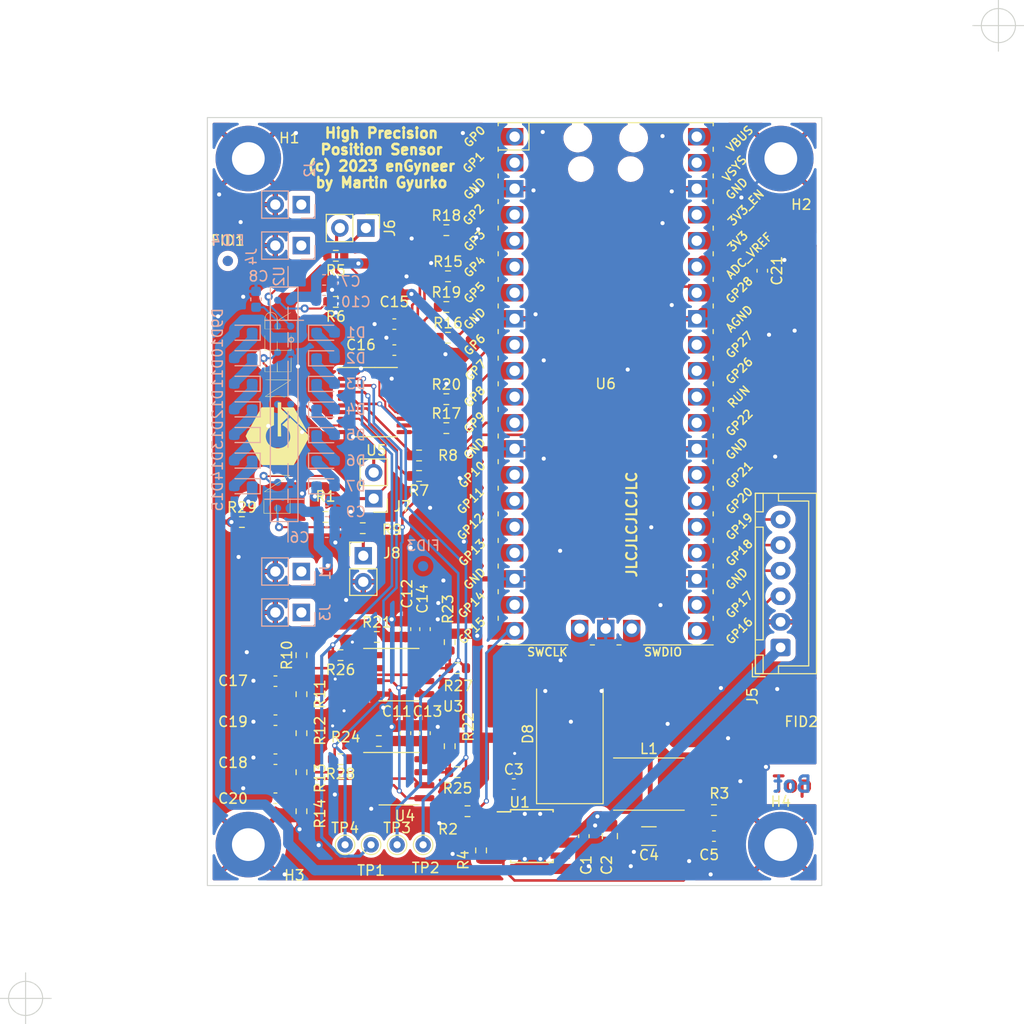
<source format=kicad_pcb>
(kicad_pcb (version 20211014) (generator pcbnew)
  (title_block (title "High Precision Position Sensor") (date "2023-02-25") (rev "1") (company "enGyneer") (comment 2 "www.gyurma.de") (comment 3 "www.enGyneer.de"))
  (layers (0 "F.Cu" signal) (31 "B.Cu" signal) (34 "B.Paste" user) (35 "F.Paste" user) (36 "B.SilkS" user "B.Silkscreen") (37 "F.SilkS" user "F.Silkscreen") (38 "B.Mask" user) (39 "F.Mask" user) (44 "Edge.Cuts" user))
  (net 0 "")
  (net 1 "+24V")
  (net 2 "GND")
  (net 3 "+3.3V")
  (net 4 "Net-(C8-Pad1)")
  (net 5 "/V2")
  (net 6 "/V3")
  (net 7 "/V1")
  (net 8 "Net-(C21-Pad1)")
  (net 9 "Net-(D1-Pad1)")
  (net 10 "Net-(D2-Pad1)")
  (net 11 "Net-(D3-Pad1)")
  (net 12 "Net-(D4-Pad1)")
  (net 13 "Net-(D5-Pad1)")
  (net 14 "Net-(D6-Pad1)")
  (net 15 "Net-(D7-Pad1)")
  (net 16 "PGood")
  (net 17 "/CLk")
  (net 18 "/Clk_2")
  (net 19 "/ST")
  (net 20 "/ST_2")
  (net 21 "Net-(R7-Pad1)")
  (net 22 "Net-(R7-Pad2)")
  (net 23 "Net-(R8-Pad1)")
  (net 24 "Net-(R8-Pad2)")
  (net 25 "/Video")
  (net 26 "/V4")
  (net 27 "Net-(R15-Pad1)")
  (net 28 "Net-(R15-Pad2)")
  (net 29 "Net-(R16-Pad1)")
  (net 30 "Net-(R16-Pad2)")
  (net 31 "Net-(R17-Pad1)")
  (net 32 "Net-(R17-Pad2)")
  (net 33 "Net-(R18-Pad1)")
  (net 34 "Net-(R18-Pad2)")
  (net 35 "Net-(R19-Pad1)")
  (net 36 "Net-(R19-Pad2)")
  (net 37 "Net-(R20-Pad1)")
  (net 38 "Net-(R21-Pad1)")
  (net 39 "Net-(R22-Pad1)")
  (net 40 "Net-(R23-Pad1)")
  (net 41 "Net-(R24-Pad1)")
  (net 42 "/D1")
  (net 43 "/D4")
  (net 44 "/D3")
  (net 45 "/D2")
  (net 48 "/EOS")
  (net 51 "/Trig")
  (net 70 "Net-(D10-Pad2)")
  (net 71 "Net-(D10-Pad1)")
  (net 72 "Net-(D11-Pad1)")
  (net 73 "Net-(D12-Pad1)")
  (net 74 "Net-(D13-Pad1)")
  (net 75 "Net-(D14-Pad1)")
  (net 76 "Net-(D15-Pad1)")
  (net 77 "SCkl")
  (net 78 "SCS")
  (net 79 "Mosi")
  (net 80 "Net-(R20-Pad2)")
  (net 85 "Miso")
  (net 86 "/Boot")
  (net 87 "/Switch")
  (net 88 "/FB")
  (net 89 "/Video1")
  (footprint "MountingHole:MountingHole_3.2mm_M3_Pad" (layer "F.Cu") (at 118.75 57.980864)
    (fp_text reference "H2")
    (fp_text value "MountingHole_Pad")
  )
  (footprint "Resistor_SMD:R_0603_1608Metric" (layer "F.Cu") (at 86.09 72.480864)
    (fp_text reference "R19")
    (fp_text value "82")
  )
  (footprint "Resistor_SMD:R_0603_1608Metric" (layer "F.Cu") (at 87.18 107.750864)
    (fp_text reference "R27")
    (fp_text value "82")
  )
  (footprint "Capacitor_SMD:C_0603_1608Metric" (layer "F.Cu") (at 69.4 120.450864 180)
    (fp_text reference "C20")
    (fp_text value "1u")
  )
  (footprint "Resistor_SMD:R_0603_1608Metric" (layer "F.Cu") (at 88.155 121.720864)
    (fp_text reference "R2")
    (fp_text value "47k")
  )
  (footprint "Resistor_SMD:R_0603_1608Metric" (layer "F.Cu") (at 112.22 121.610864 180)
    (fp_text reference "R3")
    (fp_text value "4.7k")
  )
  (footprint "Resistor_SMD:R_0603_1608Metric" (layer "F.Cu") (at 86.418 115.370864 90)
    (fp_text reference "R22")
    (fp_text value "1k")
  )
  (footprint "Connector_JST:JST_XH_B6B-XH-A_1x06_P2.50mm_Vertical" (layer "F.Cu") (at 118.725 105.730864 90)
    (fp_text reference "J5")
    (fp_text value "Conn_01x06_Male")
  )
  (footprint "TestPoint:TestPoint_THTPad_D1.5mm_Drill0.7mm" (layer "F.Cu") (at 78.74 125)
    (fp_text reference "TP1")
    (fp_text value "TestPoint")
  )
  (footprint "MountingHole:MountingHole_3.2mm_M3_Pad" (layer "F.Cu") (at 118.75 124.980864)
    (fp_text reference "H4")
    (fp_text value "MountingHole_Pad")
  )
  (footprint "Resistor_SMD:R_0603_1608Metric" (layer "F.Cu") (at 89.48 125.545864 -90)
    (fp_text reference "R4")
    (fp_text value "2.7k")
  )
  (footprint "Connector_PinHeader_2.54mm:PinHeader_1x02_P2.54mm_Vertical" (layer "F.Cu") (at 77.978 96.774)
    (fp_text reference "J8")
    (fp_text value "Conn_01x02_Male")
  )
  (footprint "Resistor_SMD:R_0603_1608Metric" (layer "F.Cu") (at 75.75 106.480864 180)
    (fp_text reference "R26")
    (fp_text value "82")
  )
  (footprint "Resistor_SMD:R_0603_1608Metric" (layer "F.Cu") (at 87.18 117.910864)
    (fp_text reference "R25")
    (fp_text value "82")
  )
  (footprint "Resistor_SMD:R_0603_1608Metric" (layer "F.Cu") (at 79.497 114.862864)
    (fp_text reference "R24")
    (fp_text value "1k")
  )
  (footprint "Resistor_SMD:R_0603_1608Metric" (layer "F.Cu") (at 71.94 106.480864 90)
    (fp_text reference "R10")
    (fp_text value "3.6k")
  )
  (footprint "Resistor_SMD:R_0603_1608Metric" (layer "F.Cu") (at 77.925 94.080864)
    (fp_text reference "R9")
    (fp_text value "100")
  )
  (footprint "TestPoint:TestPoint_THTPad_D1.5mm_Drill0.7mm" (layer "F.Cu") (at 76.2 125)
    (fp_text reference "TP4")
    (fp_text value "TestPoint")
  )
  (footprint "Capacitor_SMD:C_0603_1608Metric" (layer "F.Cu") (at 116.9416 68.9356 -90)
    (fp_text reference "C21")
    (fp_text value "100n")
  )
  (footprint "Logos:enGyneer-Logo" (layer "F.Cu") (at 69.6468 82.804 90)
    (fp_text reference "G1" hide)
    (fp_text value "LOGO" hide)
  )
  (footprint "Capacitor_SMD:C_0603_1608Metric" (layer "F.Cu") (at 69.4 109.020864 180)
    (fp_text reference "C17")
    (fp_text value "1u")
  )
  (footprint "Capacitor_SMD:C_0603_1608Metric" (layer "F.Cu") (at 82.1 103.940864 90)
    (fp_text reference "C12")
    (fp_text value "22u")
  )
  (footprint "Capacitor_SMD:C_0805_2012Metric_Pad1.18x1.45mm_HandSolder" (layer "F.Cu") (at 102.06 124.150864 -90)
    (fp_text reference "C2")
    (fp_text value "10u")
  )
  (footprint "Fiducial:Fiducial_1mm_Mask2mm" (layer "F.Cu") (at 120.75 114.980864)
    (fp_text reference "FID2")
    (fp_text value "Fiducial")
  )
  (footprint "Resistor_SMD:R_0603_1608Metric" (layer "F.Cu") (at 86.09 64.980864)
    (fp_text reference "R18")
    (fp_text value "82")
  )
  (footprint "Package_SO:SOIC-8_3.9x4.9mm_P1.27mm" (layer "F.Cu") (at 81.465 118.545864)
    (fp_text reference "U4")
    (fp_text value "LM393DR2G")
  )
  (footprint "Resistor_SMD:R_0603_1608Metric" (layer "F.Cu") (at 75.295 71.980864 180)
    (fp_text reference "R6")
    (fp_text value "82")
  )
  (footprint "Capacitor_SMD:C_0603_1608Metric" (layer "F.Cu") (at 81.01 76.690864 180)
    (fp_text reference "C16")
    (fp_text value "100n")
  )
  (footprint "Resistor_SMD:R_0603_1608Metric" (layer "F.Cu") (at 86.09 81.480864)
    (fp_text reference "R20")
    (fp_text value "82")
  )
  (footprint "TestPoint:TestPoint_THTPad_D1.5mm_Drill0.7mm" (layer "F.Cu") (at 81.28 125)
    (fp_text reference "TP3")
    (fp_text value "TestPoint")
  )
  (footprint "Resistor_SMD:R_0603_1608Metric" (layer "F.Cu") (at 86.25 69.480864)
    (fp_text reference "R15")
    (fp_text value "82")
  )
  (footprint "MountingHole:MountingHole_3.2mm_M3_Pad" (layer "F.Cu") (at 66.75 57.980864)
    (fp_text reference "H1")
    (fp_text value "MountingHole_Pad")
  )
  (footprint "Capacitor_SMD:C_0603_1608Metric" (layer "F.Cu") (at 69.4 112.830864 180)
    (fp_text reference "C19")
    (fp_text value "1u")
  )
  (footprint "Resistor_SMD:R_0603_1608Metric" (layer "F.Cu") (at 83.425 86.980864 180)
    (fp_text reference "R8")
    (fp_text value "82")
  )
  (footprint "TestPoint:TestPoint_THTPad_D1.5mm_Drill0.7mm" (layer "F.Cu") (at 83.82 125)
    (fp_text reference "TP2")
    (fp_text value "TestPoint")
  )
  (footprint "Resistor_SMD:R_0603_1608Metric" (layer "F.Cu") (at 75.295 67.480864 180)
    (fp_text reference "R5")
    (fp_text value "82")
  )
  (footprint "MountingHole:MountingHole_3.2mm_M3_Pad" (layer "F.Cu") (at 66.75 124.980864)
    (fp_text reference "H3")
    (fp_text value "MountingHole_Pad")
  )
  (footprint "Pico:RPi_Pico_SMD_TH" (layer "F.Cu") (at 101.65 79.980864)
    (fp_text reference "U6")
    (fp_text value "Pico")
  )
  (footprint "Capacitor_SMD:C_0603_1608Metric" (layer "F.Cu") (at 99.52 124.150864 -90)
    (fp_text reference "C1")
    (fp_text value "100n")
  )
  (footprint "Resistor_SMD:R_0603_1608Metric" (layer "F.Cu") (at 86.418 105.210864 90)
    (fp_text reference "R23")
    (fp_text value "1k")
  )
  (footprint "Package_SO:SOIC-8_3.9x4.9mm_P1.27mm" (layer "F.Cu") (at 81.465 108.385864)
    (fp_text reference "U3")
    (fp_text value "LM393DR2G")
  )
  (footprint "Package_SO:TI_SO-PowerPAD-8" (layer "F.Cu") (at 94.44 124.150864)
    (fp_text reference "U1")
    (fp_text value "ST1S14PHR")
  )
  (footprint "Resistor_SMD:R_0603_1608Metric" (layer "F.Cu") (at 79.306 104.702864)
    (fp_text reference "R21")
    (fp_text value "1k")
  )
  (footprint "Capacitor_SMD:C_0603_1608Metric" (layer "F.Cu") (at 92.675 119.070864)
    (fp_text reference "C3")
    (fp_text value "100n")
  )
  (footprint "Capacitor_SMD:C_0603_1608Metric" (layer "F.Cu") (at 112.22 124.150864)
    (fp_text reference "C5")
    (fp_text value "150p")
  )
  (footprint "Capacitor_SMD:C_1206_3216Metric_Pad1.33x1.80mm_HandSolder" (layer "F.Cu") (at 105.87 124.150864 180)
    (fp_text reference "C4")
    (fp_text value "100u")
  )
  (footprint "Resistor_SMD:R_0603_1608Metric" (layer "F.Cu") (at 71.94 114.100864 90)
    (fp_text reference "R12")
    (fp_text value "1k")
  )
  (footprint "Capacitor_SMD:C_0603_1608Metric" (layer "F.Cu") (at 84.005 114.100864 90)
    (fp_text reference "C13")
    (fp_text value "100n")
  )
  (footprint "Resistor_SMD:R_0603_1608Metric" (layer "F.Cu") (at 83.425 88.980864 180)
    (fp_text reference "R7")
    (fp_text value "82")
  )
  (footprint "Inductor_SMD:L_Taiyo-Yuden_NR-50xx_HandSoldering" (layer "F.Cu") (at 105.87 119.070864)
    (fp_text reference "L1")
    (fp_text value "10u")
  )
  (footprint "Resistor_SMD:R_0603_1608Metric" (layer "F.Cu") (at 86.09 84.310864)
    (fp_text reference "R17")
    (fp_text value "82")
  )
  (footprint "Resistor_SMD:R_0603_1608Metric" (layer "F.Cu") (at 86.25 75.480864)
    (fp_text reference "R16")
    (fp_text value "82")
  )
  (footprint "Capacitor_SMD:C_0603_1608Metric" (layer "F.Cu") (at 81.01 74.150864 180)
    (fp_text reference "C15")
    (fp_text value "22u")
  )
  (footprint "Capacitor_SMD:C_0603_1608Metric" (layer "F.Cu") (at 69.4 116.640864 180)
    (fp_text reference "C18")
    (fp_text value "1u")
  )
  (footprint "Resistor_SMD:R_0603_1608Metric" (layer "F.Cu") (at 75.75 116.640864 180)
    (fp_text reference "R28")
    (fp_text value "82")
  )
  (footprint "Package_SO:TSSOP-20_4.4x6.5mm_P0.65mm" (layer "F.Cu") (at 79.105 81.770864)
    (fp_text reference "U5")
    (fp_text value "74LVC541A")
  )
  (footprint "Connector_PinHeader_2.54mm:PinHeader_1x02_P2.54mm_Vertical" (layer "F.Cu") (at 78.232 64.77 -90)
    (fp_text reference "J6")
    (fp_text value "Conn_01x02_Male")
  )
  (footprint "Capacitor_SMD:C_0603_1608Metric" (layer "F.Cu") (at 82.1 114.100864 90)
    (fp_text reference "C11")
    (fp_text value "22u")
  )
  (footprint "Resistor_SMD:R_0603_1608Metric" (layer "F.Cu") (at 66.125 93.480864)
    (fp_text reference "R29")
    (fp_text value "82")
  )
  (footprint "Diode_SMD:D_SMC_Handsoldering" (layer "F.Cu") (at 98.15 114.180864 90)
    (fp_text reference "D8")
    (fp_text value "SS36")
  )
  (footprint "Connector_PinHeader_2.54mm:PinHeader_1x02_P2.54mm_Vertical" (layer "F.Cu") (at 78.994 91.191 180)
    (fp_text reference "J7")
    (fp_text value "Conn_01x02_Male")
  )
  (footprint "Resistor_SMD:R_0603_1608Metric" (layer "F.Cu") (at 74.293 92.980864 180)
    (fp_text reference "R1")
    (fp_text value "82")
  )
  (footprint "Resistor_SMD:R_0603_1608Metric" (layer "F.Cu") (at 71.94 121.720864 90)
    (fp_text reference "R14")
    (fp_text value "4.3k")
  )
  (footprint "Capacitor_SMD:C_0603_1608Metric" (layer "F.Cu") (at 84.005 103.940864 90)
    (fp_text reference "C14")
    (fp_text value "100n")
  )
  (footprint "Fiducial:Fiducial_1mm_Mask2mm" (layer "F.Cu") (at 64.75 67.980864)
    (fp_text reference "FID1")
    (fp_text value "Fiducial")
  )
  (footprint "Resistor_SMD:R_0603_1608Metric" (layer "F.Cu") (at 71.94 110.290864 90)
    (fp_text reference "R11")
    (fp_text value "1k")
  )
  (footprint "Resistor_SMD:R_0603_1608Metric" (layer "F.Cu") (at 71.94 117.910864 90)
    (fp_text reference "R13")
    (fp_text value "1k")
  )
  (footprint "LED_SMD:LED_0603_1608Metric_Pad1.05x0.95mm_HandSolder" (layer "B.Cu") (at 74.293 77.492864)
    (fp_text reference "D2")
    (fp_text value "LED")
  )
  (footprint "Fiducial:Fiducial_1mm_Mask2mm" (layer "B.Cu") (at 64.75 67.980864 180)
    (fp_text reference "FID4")
    (fp_text value "Fiducial")
  )
  (footprint "LED_SMD:LED_0603_1608Metric_Pad1.05x0.95mm_HandSolder" (layer "B.Cu") (at 74.293 82.492864)
    (fp_text reference "D4")
    (fp_text value "LED")
  )
  (footprint "LED_SMD:LED_0603_1608Metric_Pad1.05x0.95mm_HandSolder" (layer "B.Cu") (at 66.25 89.980864 180)
    (fp_text reference "D15")
    (fp_text value "LED")
  )
  (footprint "Connector_PinHeader_2.54mm:PinHeader_1x02_P2.54mm_Vertical" (layer "B.Cu") (at 71.925 66.480864 90)
    (fp_text reference "J4")
    (fp_text value "Conn_01x02_Male")
  )
  (footprint "Capacitor_SMD:C_0603_1608Metric" (layer "B.Cu") (at 74.406 94.470864)
    (fp_text reference "C6")
    (fp_text value "22u")
  )
  (footprint "Connector_PinHeader_2.54mm:PinHeader_1x02_P2.54mm_Vertical" (layer "B.Cu") (at 71.93 102.310864 90)
    (fp_text reference "J3")
    (fp_text value "Conn_01x02_Male")
  )
  (footprint "LED_SMD:LED_0603_1608Metric_Pad1.05x0.95mm_HandSolder" (layer "B.Cu") (at 74.293 87.492864)
    (fp_text reference "D6")
    (fp_text value "LED")
  )
  (footprint "Capacitor_SMD:C_0603_1608Metric" (layer "B.Cu") (at 67.5 71.730864 90)
    (fp_text reference "C8")
    (fp_text value "1u")
  )
  (footprint "Fiducial:Fiducial_1mm_Mask2mm" (layer "B.Cu") (at 83.82 97.79 180)
    (fp_text reference "FID3")
    (fp_text value "Fiducial")
  )
  (footprint "LED_SMD:LED_0603_1608Metric_Pad1.05x0.95mm_HandSolder" (layer "B.Cu") (at 66.25 79.980864 180)
    (fp_text reference "D11")
    (fp_text value "LED")
  )
  (footprint "LED_SMD:LED_0603_1608Metric_Pad1.05x0.95mm_HandSolder" (layer "B.Cu") (at 74.293 89.992864)
    (fp_text reference "D7")
    (fp_text value "LED")
  )
  (footprint "LED_SMD:LED_0603_1608Metric_Pad1.05x0.95mm_HandSolder" (layer "B.Cu") (at 66.25 87.480864 180)
    (fp_text reference "D14")
    (fp_text value "LED")
  )
  (footprint "LED_SMD:LED_0603_1608Metric_Pad1.05x0.95mm_HandSolder" (layer "B.Cu") (at 66.25 82.480864 180)
    (fp_text reference "D12")
    (fp_text value "LED")
  )
  (footprint "Capacitor_SMD:C_0603_1608Metric" (layer "B.Cu") (at 74.152 71.864864)
    (fp_text reference "C10")
    (fp_text value "100n")
  )
  (footprint "Capacitor_SMD:C_0603_1608Metric" (layer "B.Cu") (at 74.152 69.832864)
    (fp_text reference "C7")
    (fp_text value "22u")
  )
  (footprint "Capacitor_SMD:C_0603_1608Metric" (layer "B.Cu") (at 74.406 92.438864)
    (fp_text reference "C9")
    (fp_text value "100n")
  )
  (footprint "SensorLibrary:s12443" (layer "B.Cu") (at 70.25 81.980864 -90)
    (fp_text reference "U2")
    (fp_text value "S12443")
  )
  (footprint "LED_SMD:LED_0603_1608Metric_Pad1.05x0.95mm_HandSolder" (layer "B.Cu") (at 66.25 84.980864 180)
    (fp_text reference "D13")
    (fp_text value "LED")
  )
  (footprint "Connector_PinHeader_2.54mm:PinHeader_1x02_P2.54mm_Vertical" (layer "B.Cu") (at 71.93 98.310864 90)
    (fp_text reference "J1")
    (fp_text value "Conn_01x02_Male")
  )
  (footprint "LED_SMD:LED_0603_1608Metric_Pad1.05x0.95mm_HandSolder" (layer "B.Cu") (at 66.25 74.992864 180)
    (fp_text reference "D9")
    (fp_text value "LED")
  )
  (footprint "LED_SMD:LED_0603_1608Metric_Pad1.05x0.95mm_HandSolder" (layer "B.Cu") (at 74.293 74.992864)
    (fp_text reference "D1")
    (fp_text value "LED")
  )
  (footprint "Connector_PinHeader_2.54mm:PinHeader_1x02_P2.54mm_Vertical" (layer "B.Cu") (at 71.925 62.480864 90)
    (fp_text reference "J2")
    (fp_text value "Conn_01x02_Male")
  )
  (footprint "LED_SMD:LED_0603_1608Metric_Pad1.05x0.95mm_HandSolder" (layer "B.Cu") (at 74.293 79.992864)
    (fp_text reference "D3")
    (fp_text value "LED")
  )
  (footprint "LED_SMD:LED_0603_1608Metric_Pad1.05x0.95mm_HandSolder" (layer "B.Cu") (at 66.25 77.480864 180)
    (fp_text reference "D10")
    (fp_text value "LED")
  )
  (footprint "LED_SMD:LED_0603_1608Metric_Pad1.05x0.95mm_HandSolder" (layer "B.Cu") (at 74.293 84.992864)
    (fp_text reference "D5")
    (fp_text value "LED")
  )
  (gr_rect (start 62.75 53.980864) (end 122.75 128.980864) (layer "Edge.Cuts") (width 0.1) (fill none))
  (gr_text "Top" (at 119.9 119.090864) (layer "F.Cu") (effects (font (size 1.5 1.5) (thickness 0.3))))
  (gr_text "Bot" (at 119.9 119.090864) (layer "B.Cu") (effects (font (size 1.5 1.5) (thickness 0.3)) (justify mirror)))
  (gr_text "JLCJLCJLCJLC" (at 104.1908 93.726 90) (layer "F.SilkS") (effects (font (size 1 1) (thickness 0.2))))
  (gr_text "High Precision\nPosition Sensor\n(c) 2023 enGyneer\nby Martin Gyurko\n" (at 79.756 57.912) (layer "F.SilkS") (effects (font (size 1 1) (thickness 0.25))))
  (target plus (at 45 140) (size 5) (width 0.1) (layer "Edge.Cuts"))
  (target plus (at 140 45) (size 5) (width 0.1) (layer "Edge.Cuts"))
  (segment (start 97.29 123.585864) (end 97.22 123.515864) (width 1) (layer "F.Cu") (net 1))
  (segment (start 96.605 123.515864) (end 97.22 123.515864) (width 0.2) (layer "F.Cu") (net 1))
  (segment (start 100.838 122.2248) (end 100.671064 122.2248) (width 1) (layer "F.Cu") (net 1))
  (segment (start 100.671064 122.2248) (end 99.52 123.375864) (width 1) (layer "F.Cu") (net 1))
  (segment (start 99.7825 123.113364) (end 99.52 123.375864) (width 1) (layer "F.Cu") (net 1))
  (segment (start 101.171436 122.2248) (end 102.06 123.113364) (width 1) (layer "F.Cu") (net 1))
  (segment (start 99.52 123.375864) (end 99.31 123.585864) (width 1) (layer "F.Cu") (net 1))
  (segment (start 99.31 123.585864) (end 97.29 123.585864) (width 1) (layer "F.Cu") (net 1))
  (segment (start 102.06 123.113364) (end 100.6175 123.113364) (width 1) (layer "F.Cu") (net 1))
  (segment (start 95.945 125.430864) (end 95.945 124.175864) (width 0.2) (layer "F.Cu") (net 1))
  (segment (start 97.22 126.055864) (end 96.57 126.055864) (width 0.2) (layer "F.Cu") (net 1))
  (segment (start 100.838 122.2248) (end 101.171436 122.2248) (width 1) (layer "F.Cu") (net 1))
  (segment (start 100.6175 123.113364) (end 99.7825 123.113364) (width 1) (layer "F.Cu") (net 1))
  (segment (start 95.945 124.175864) (end 96.605 123.515864) (width 0.2) (layer "F.Cu") (net 1))
  (segment (start 96.57 126.055864) (end 95.945 125.430864) (width 0.2) (layer "F.Cu") (net 1))
  (via (at 100.6175 123.113364) (size 0.8) (drill 0.4) (layers "F.Cu" "B.Cu") (net 1))
  (via (at 100.838 122.2248) (size 0.8) (drill 0.4) (layers "F.Cu" "B.Cu") (net 1))
  (segment (start 100.838 122.2248) (end 102.231064 122.2248) (width 1) (layer "B.Cu") (net 1))
  (segment (start 71.75 75.480864) (end 69 75.480864) (width 1) (layer "B.Cu") (net 1))
  (segment (start 64 119.980864) (end 65.1 121.080864) (width 1) (layer "B.Cu") (net 1))
  (segment (start 70.65 124.880864) (end 73.25 127.480864) (width 1) (layer "B.Cu") (net 1))
  (segment (start 71.9345 74.546364) (end 71.9345 75.165364) (width 1) (layer "B.Cu") (net 1))
  (segment (start 96.25 127.480864) (end 99.851232 123.879632) (width 1) (layer "B.Cu") (net 1))
  (segment (start 101.3425 123.113364) (end 100.6175 123.113364) (width 1) (layer "B.Cu") (net 1))
  (segment (start 72.25 73.730864) (end 71.935 74.045864) (width 1) (layer "B.Cu") (net 1))
  (segment (start 100.6175 123.113364) (end 100.6175 122.4453) (width 1) (layer "B.Cu") (net 1))
  (segment (start 102.245732 122.210132) (end 101.3425 123.113364) (width 1) (layer "B.Cu") (net 1))
  (segment (start 100.283032 122.779768) (end 100.283032 123.447832) (width 1) (layer "B.Cu") (net 1))
  (segment (start 101.3425 123.113364) (end 101.3425 123.1935) (width 1) (layer "B.Cu") (net 1))
  (segment (start 75.168 74.992864) (end 75.168 74.892039) (width 1) (layer "B.Cu") (net 1))
  (segment (start 64 76.367864) (end 64 119.980864) (width 1) (layer "B.Cu") (net 1))
  (segment (start 75.168 74.892039) (end 74.006825 73.730864) (width 1) (layer "B.Cu") (net 1))
  (segment (start 100.283032 123.447832) (end 100.6175 123.113364) (width 1) (layer "B.Cu") (net 1))
  (segment (start 68.5 74.980864) (end 68.5 74.230864) (width 1) (layer "B.Cu") (net 1))
  (segment (start 102.231064 122.2248) (end 102.245732 122.210132) (width 1) (layer "B.Cu") (net 1))
  (segment (start 100.838 122.2248) (end 100.283032 122.779768) (width 1) (layer "B.Cu") (net 1))
  (segment (start 65.1 121.080864) (end 68.365433 121.080864) (width 1) (layer "B.Cu") (net 1))
  (segment (start 71.9345 75.165364) (end 72 75.230864) (width 1) (layer "B.Cu") (net 1))
  (segment (start 72 75.230864) (end 71.75 75.480864) (width 1) (layer "B.Cu") (net 1))
  (segment (start 100.6175 122.4453) (end 100.838 122.2248) (width 1) (layer "B.Cu") (net 1))
  (segment (start 71.935 74.045864) (end 71.935 74.545864) (width 1) (layer "B.Cu") (net 1))
  (segment (start 66.25 73.730864) (end 65.375 74.605864) (width 1) (layer "B.Cu") (net 1))
  (segment (start 74.006825 73.730864) (end 72.25 73.730864) (width 1) (layer "B.Cu") (net 1))
  (segment (start 65.375 74.992864) (end 64 76.367864) (width 1) (layer "B.Cu") (net 1))
  (segment (start 70.65 123.365431) (end 70.65 124.880864) (width 1) (layer "B.Cu") (net 1))
  (segment (start 73.25 127.480864) (end 96.25 127.480864) (width 1) (layer "B.Cu") (net 1))
  (segment (start 68.365433 121.080864) (end 70.65 123.365431) (width 1) (layer "B.Cu") (net 1))
  (segment (start 69 75.480864) (end 68.5 74.980864) (width 1) (layer "B.Cu") (net 1))
  (segment (start 71.935 74.545864) (end 71.9345 74.546364) (width 1) (layer "B.Cu") (net 1))
  (segment (start 118.725 105.730864) (end 102.245732 122.210132) (width 1) (layer "B.Cu") (net 1))
  (segment (start 100.656368 123.879632) (end 99.851232 123.879632) (width 1) (layer "B.Cu") (net 1))
  (segment (start 99.851232 123.879632) (end 100.283032 123.447832) (width 1) (layer "B.Cu") (net 1))
  (segment (start 68 73.730864) (end 66.25 73.730864) (width 1) (layer "B.Cu") (net 1))
  (segment (start 65.375 74.605864) (end 65.375 74.992864) (width 1) (layer "B.Cu") (net 1))
  (segment (start 101.3425 123.1935) (end 100.656368 123.879632) (width 1) (layer "B.Cu") (net 1))
  (segment (start 68.5 74.230864) (end 68 73.730864) (width 1) (layer "B.Cu") (net 1))
  (segment (start 71.94 122.545864) (end 71.94 123.290864) (width 1) (layer "F.Cu") (net 2))
  (segment (start 95.25 123.168364) (end 95.0425 123.375864) (width 1) (layer "F.Cu") (net 2))
  (segment (start 84.005 113.325864) (end 85.095 113.325864) (width 1) (layer "F.Cu") (net 2))
  (segment (start 78.99 110.666589) (end 79.924005 111.600594) (width 1) (layer "F.Cu") (net 2))
  (segment (start 80.235 75.480864) (end 80.235 74.150864) (width 1) (layer "F.Cu") (net 2))
  (segment (start 114.332536 73.030864) (end 111.14 73.030864) (width 1) (layer "F.Cu") (net 2))
  (segment (start 81.405 113.325864) (end 81.25 113.480864) (width 1) (layer "F.Cu") (net 2))
  (segment (start 94.9025 124.785864) (end 95.0425 124.925864) (width 1) (layer "F.Cu") (net 2))
  (segment (start 78.99 121.240864) (end 78.75 121.480864) (width 1) (layer "F.Cu") (net 2))
  (segment (start 65.3 93.480864) (end 65.0995 93.480864) (width 1) (layer "F.Cu") (net 2))
  (segment (start 91.66 124.785864) (end 89.545 124.785864) (width 1) (layer "F.Cu") (net 2))
  (segment (start 98.25 110.180864) (end 101.05 110.180864) (width 1) (layer "F.Cu") (net 2))
  (segment (start 77.385 78.845864) (end 77.75 78.480864) (width 0.5) (layer "F.Cu") (net 2))
  (segment (start 78.99 110.290864) (end 78.99 110.666589) (width 1) (layer "F.Cu") (net 2))
  (segment (start 89.545 124.785864) (end 89.48 124.720864) (width 1) (layer "F.Cu") (net 2))
  (segment (start 79.08 74.150864) (end 80.235 74.150864) (width 1) (layer "F.Cu") (net 2))
  (segment (start 66.250352 119.48051) (end 67.220706 120.450864) (width 1) (layer "F.Cu") (net 2))
  (segment (start 84.005 103.165864) (end 85.065 103.165864) (width 1) (layer "F.Cu") (net 2))
  (segment (start 91.66 124.785864) (end 94.9025 124.785864) (width 1) (layer "F.Cu") (net 2))
  (segment (start 99.38 124.785864) (end 99.52 124.925864) (width 1) (layer "F.Cu") (net 2))
  (segment (start 82.1 113.325864) (end 81.405 113.325864) (width 1) (layer "F.Cu") (net 2))
  (segment (start 76.25 92.980864) (end 76.75 92.480864) (width 1) (layer "F.Cu") (net 2))
  (segment (start 84.005 103.165864) (end 82.1 103.165864) (width 1) (layer "F.Cu") (net 2))
  (segment (start 81.25 113.480864) (end 80.75 113.480864) (width 1) (layer "F.Cu") (net 2))
  (segment (start 82.1 103.165864) (end 80.935 103.165864) (width 1) (layer "F.Cu") (net 2))
  (segment (start 95.95 110.180864) (end 95.75 109.980864) (width 1) (layer "F.Cu") (net 2))
  (segment (start 93.8375 123.375864) (end 93.8375 122.068364) (width 1) (layer "F.Cu") (net 2))
  (segment (start 93.8375 124.925864) (end 93.8375 126.293864) (width 1) (layer "F.Cu") (net 2))
  (segment (start 103.27 125.188364) (end 104.3075 124.150864) (width 1) (layer "F.Cu") (net 2))
  (segment (start 95.25 121.980864) (end 95.25 123.168364) (width 1) (layer "F.Cu") (net 2))
  (segment (start 80.765 79.495864) (end 80.75 79.480864) (width 0.5) (layer "F.Cu") (net 2))
  (segment (start 116.9416 69.7106) (end 116.9416 70.4218) (width 1) (layer "F.Cu") (net 2))
  (segment (start 97.25 108.880864) (end 98.15 109.780864) (width 1) (layer "F.Cu") (net 2))
  (segment (start 101.05 110.180864) (end 101.25 109.980864) (width 1) (layer "F.Cu") (net 2))
  (segment (start 80.935 103.165864) (end 80.75 102.980864) (width 1) (layer "F.Cu") (net 2))
  (segment (start 82.1 113.325864) (end 84.005 113.325864) (width 1) (layer "F.Cu") (net 2))
  (segment (start 116.9416 70.4218) (end 114.332536 73.030864) (width 1) (layer "F.Cu") (net 2))
  (segment (start 102.06 125.188364) (end 103.27 125.188364) (width 1) (layer "F.Cu") (net 2))
  (segment (start 67.4 112.830864) (end 67.25 112.980864) (width 1) (layer "F.Cu") (net 2))
  (segment (start 80.235 76.690864) (end 80.235 75.480864) (width 1) (layer "F.Cu") (net 2))
  (segment (start 78.99 120.450864) (end 78.99 121.240864) (width 1) (layer "F.Cu") (net 2))
  (segment (start 93.8375 126.293864) (end 93.75 126.381364) (width 1) (layer "F.Cu") (net 2))
  (segment (start 67.29 109.020864) (end 67.25 108.980864) (width 1) (layer "F.Cu") (net 2))
  (segment (start 68.625 116.640864) (end 67.41 116.640864) (width 1) (layer "F.Cu") (net 2))
  (segment (start 67.220706 120.450864) (end 68.625 120.450864) (width 1) (layer "F.Cu") (net 2))
  (segment (start 85.065 103.165864) (end 85.25 102.980864) (width 1) (layer "F.Cu") (net 2))
  (segment (start 95.0425 124.925864) (end 95.0425 126.156685) (width 1) (layer "F.Cu") (net 2))
  (segment (start 68.625 109.020864) (end 67.29 109.020864) (width 1) (layer "F.Cu") (net 2))
  (segment (start 95.0425 126.156685) (end 95.267179 126.381364) (width 1) (layer "F.Cu") (net 2))
  (segment (start 93.8375 122.068364) (end 93.75 121.980864) (width 1) (layer "F.Cu") (net 2))
  (segment (start 76.2425 84.695864) (end 76.514547 84.695864) (width 0.5) (layer "F.Cu") (net 2))
  (segment (start 97.22 124.785864) (end 99.38 124.785864) (width 1) (layer "F.Cu") (net 2))
  (segment (start 111.14 73.030864) (end 110.54 73.630864) (width 1) (layer "F.Cu") (net 2))
  (segment (start 98.25 110.180864) (end 98.25 112.980864) (width 1) (layer "F.Cu") (net 2))
  (segment (start 98.25 110.180864) (end 95.95 110.180864) (width 1) (layer "F.Cu") (net 2))
  (segment (start 81.9675 79.495864) (end 80.765 79.495864) (width 0.5) (layer "F.Cu") (net 2))
  (segment (start 68.625 112.830864) (end 67.4 112.830864) (width 1) (layer "F.Cu") (net 2))
  (segment (start 76.514547 84.695864) (end 76.9745 85.155817) (width 0.5) (layer "F.Cu") (net 2))
  (segment (start 101.7975 124.925864) (end 102.06 125.188364) (width 1) (layer "F.Cu") (net 2))
  (segment (start 85.095 113.325864) (end 85.25 113.480864) (width 1) (layer "F.Cu") (net 2))
  (segment (start 75.118 92.980864) (end 76.25 92.980864) (width 1) (layer "F.Cu") (net 2))
  (segment (start 97.25 106.980864) (end 97.25 108.880864) (width 1) (layer "F.Cu") (net 2))
  (segment (start 76.2425 78.845864) (end 77.385 78.845864) (width 0.5) (layer "F.Cu") (net 2))
  (segment (start 67.41 116.640864) (end 67.25 116.480864) (width 1) (layer "F.Cu") (net 2))
  (segment (start 99.52 124.925864) (end 101.7975 124.925864) (width 1) (layer "F.Cu") (net 2))
  (segment (start 71.94 123.290864) (end 71.75 123.480864) (width 1) (layer "F.Cu") (net 2))
  (via (at 85.25 113.480864) (size 0.8) (drill 0.4) (layers "F.Cu" "B.Cu") (net 2))
  (via (at 104.4 125.690864) (size 0.8) (drill 0.4) (layers "F.Cu" "B.Cu") (net 2))
  (via (at 85.3 101.390864) (size 0.8) (drill 0.4) (layers "F.Cu" "B.Cu") (net 2))
  (via (at 92.7608 116.078) (size 0.5) (drill 0.3) (layers "F.Cu" "B.Cu") (net 2))
  (via (at 76.3 101.090864) (size 0.8) (drill 0.4) (layers "F.Cu" "B.Cu") (net 2))
  (via (at 70.3 127.890864) (size 0.8) (drill 0.4) (layers "F.Cu" "B.Cu") (net 2))
  (via (at 80.75 113.480864) (size 0.8) (drill 0.4) (layers "F.Cu" "B.Cu") (net 2))
  (via (at 111.9 127.890864) (size 0.8) (drill 0.4) (layers "F.Cu" "B.Cu") (net 2))
  (via (at 85.4 122.890864) (size 0.8) (drill 0.4) (layers "F.Cu" "B.Cu") (net 2))
  (via (at 84.5 92.090864) (size 0.8) (drill 0.4) (layers "F.Cu" "B.Cu") (net 2))
  (via (at 86.1 79.990864) (size 0.8) (drill 0.4) (layers "F.Cu" "B.Cu") (net 2))
  (via (at 63.9 61.490864) (size 0.8) (drill 0.4) (layers "F.Cu" "B.Cu") (net 2))
  (via (at 71.6 78.290864) (size 0.8) (drill 0.4) (layers "F.Cu" "B.Cu") (net 2))
  (via (at 87.7 55.490864) (size 0.8) (drill 0.4) (layers "F.Cu" "B.Cu") (net 2))
  (via (at 82.2 69.490864) (size 0.8) (drill 0.4) (layers "F.Cu" "B.Cu") (net 2))
  (via (at 87.8 95.390864) (size 0.8) (drill 0.4) (layers "F.Cu" "B.Cu") (net 2))
  (via (at 108.1 61.190864) (size 0.8) (drill 0.4) (layers "F.Cu" "B.Cu") (net 2))
  (via (at 95.25 121.980864) (size 0.8) (drill 0.4) (layers "F.Cu" "B.Cu") (net 2))
  (via (at 113.6 114.590864) (size 0.8) (drill 0.4) (layers "F.Cu" "B.Cu") (net 2))
  (via (at 65.8 96.890864) (size 0.8) (drill 0.4) (layers "F.Cu" "B.Cu") (net 2))
  (via (at 94.6 61.090864) (size 0.8) (drill 0.4) (layers "F.Cu" "B.Cu") (net 2))
  (via (at 107.2 64.290864) (size 0.8) (drill 0.4) (layers "F.Cu" "B.Cu") (net 2))
  (via (at 79.924005 111.600594) (size 0.8) (drill 0.4) (layers "F.Cu" "B.Cu") (net 2))
  (via (at 87.4 89.190864) (size 0.8) (drill 0.4) (layers "F.Cu" "B.Cu") (net 2))
  (via (at 74.9808 113.3856) (size 0.5) (drill 0.3) (layers "F.Cu" "B.Cu") (net 2))
  (via (at 95.5 55.390864) (size 0.8) (drill 0.4) (layers "F.Cu" "B.Cu") (net 2))
  (via (at 66 64.190864) (size 0.8) (drill 0.4) (layers "F.Cu" "B.Cu") (net 2))
  (via (at 93.75 126.381364) (size 0.8) (drill 0.4) (layers "F.Cu" "B.Cu") (net 2))
  (via (at 118.4 109.790864) (size 0.8) (drill 0.4) (layers "F.Cu" "B.Cu") (net 2))
  (via (at 95.6 77.690864) (size 0.8) (drill 0.4) (layers "F.Cu" "B.Cu") (net 2))
  (via (at 95.75 109.980864) (size 0.8) (drill 0.4) (layers "F.Cu" "B.Cu") (net 2))
  (via (at 74.927 70.803864) (size 0.8) (drill 0.4) (layers "F.Cu" "B.Cu") (net 2))
  (via (at 82.845003 90.390864) (size 0.8) (drill 0.4) (layers "F.Cu" "B.Cu") (net 2))
  (via (at 107 101.590864) (size 0.8) (drill 0.4) (layers "F.Cu" "B.Cu") (net 2))
  (via (at 103.8 78.590864) (size 0.8) (drill 0.4) (layers "F.Cu" "B.Cu") (net 2))
  (via (at 89 65.690864) (size 0.8) (drill 0.4) (layers "F.Cu" "B.Cu") (net 2))
  (via (at 95.6 87.290864) (size 0.8) (drill 0.4) (layers "F.Cu" "B.Cu") (net 2))
  (via (at 79.08 74.150864) (size 0.8) (drill 0.4) (layers "F.Cu" "B.Cu") (net 2))
  (via (at 75.2 120.090864) (size 0.8) (drill 0.4) (layers "F.Cu" "B.Cu") (net 2))
  (via (at 89.1 61.090864) (size 0.8) (drill 0.4) (layers "F.Cu" "B.Cu") (net 2))
  (via (at 89.1 73.690864) (size 0.8) (drill 0.4) (layers "F.Cu" "B.Cu") (net 2))
  (via (at 89.2 64.890864) (size 0.8) (drill 0.4) (layers "F.Cu" "B.Cu") (net 2))
  (via (at 84.6 68.190864) (size 0.8) (drill 0.4) (layers "F.Cu" "B.Cu") (net 2))
  (via (at 93.75 121.980864) (size 0.8) (drill 0.4) (layers "F.Cu" "B.Cu") (net 2))
  (via (at 67.25 112.980864) (size 0.8) (drill 0.4) (layers "F.Cu" "B.Cu") (net 2))
  (via (at 106.1 93.990864) (size 0.8) (drill 0.4) (layers "F.Cu" "B.Cu") (net 2))
  (via (at 82.6 95.990864) (size 0.8) (drill 0.4) (layers "F.Cu" "B.Cu") (net 2))
  (via (at 68.7 84.090864) (size 0.8) (drill 0.4) (layers "F.Cu" "B.Cu") (net 2))
  (via (at 66.6 106.190864) (size 0.8) (drill 0.4) (layers "F.Cu" "B.Cu") (net 2))
  (via (at 82.7 65.790864) (size 0.8) (drill 0.4) (layers "F.Cu" "B.Cu") (net 2))
  (via (at 119.1 67.890864) (size 0.8) (drill 0.4) (layers "F.Cu" "B.Cu") (net 2))
  (via (at 80.75 102.980864) (size 0.8) (drill 0.4) (layers "F.Cu" "B.Cu") (net 2))
  (via (at 114.8 118.790864) (size 0.8) (drill 0.4) (layers "F.Cu" "B.Cu") (net 2))
  (via (at 76.75 92.480864) (size 0.8) (drill 0.4) (layers "F.Cu" "B.Cu") (net 2))
  (via (at 76.9112 105.2068) (size 0.5) (drill 0.3) (layers "F.Cu" "B.Cu") (net 2))
  (via (at 71.75 123.480864) (size 0.8) (drill 0.4) (layers "F.Cu" "B.Cu") (net 2))
  (via (at 67.25 108.980864) (size 0.8) (drill 0.4) (layers "F.Cu" "B.Cu") (net 2))
  (via (at 76.9745 85.155817) (size 0.8) (drill 0.4) (layers "F.Cu" "B.Cu") (net 2))
  (via (at 109.8 126.590864) (size 0.8) (drill 0.4) (layers "F.Cu" "B.Cu") (net 2))
  (via (at 77.75 78.480864) (size 0.8) (drill 0.4) (layers "F.Cu" "B.Cu") (net 2))
  (via (at 71.4 55.490864) (size 0.8) (drill 0.4) (layers "F.Cu" "B.Cu") (net 2))
  (via (at 95.267179 126.381364) (size 0.8) (drill 0.4) (layers "F.Cu" "B.Cu") (net 2))
  (via (at 80.75 79.480864) (size 0.8) (drill 0.4) (layers "F.Cu" "B.Cu") (net 2))
  (via (at 66.25 71.480864) (size 0.8) (drill 0.4) (layers "F.Cu" "B.Cu") (net 2))
  (via (at 107.7 113.190864) (size 0.8) (drill 0.4) (layers "F.Cu" "B.Cu") (net 2))
  (via (at 75.2348 108.8136) (size 0.5) (drill 0.3) (layers "F.Cu" "B.Cu") (net 2))
  (via (at 76.0984 111.9124) (size 0.5) (drill 0.3) (layers "F.Cu" "B.Cu") (net 2))
  (via (at 85.8 99.190864) (size 0.8) (drill 0.4) (layers "F.Cu" "B.Cu") (net 2))
  (via (at 66.250352 119.48051) (size 0.8) (drill 0.4) (layers "F.Cu" "B.Cu") (net 2))
  (via (at 97.25 106.980864) (size 0.8) (drill 0.4) (layers "F.Cu" "B.Cu") (net 2))
  (via (at 117.6 75.190864) (size 0.8) (drill 0.4) (layers "F.Cu" "B.Cu") (net 2))
  (via (at 94.8 73.190864) (size 0.8) (drill 0.4) (layers "F.Cu" "B.Cu") (net 2))
  (via (at 98.25 112.980864) (size 0.8) (drill 0.4) (layers "F.Cu" "B.Cu") (net 2))
  (via (at 72 84.690864) (size 0.8) (drill 0.4) (layers "F.Cu" "B.Cu") (net 2))
  (via (at 97.2 96.290864) (size 0.8) (drill 0.4) (layers "F.Cu" "B.Cu") (net 2))
  (via (at 78.75 121.480864) (size 0.8) (drill 0.4) (layers "F.Cu" "B.Cu") (net 2))
  (via (at 67.25 116.480864) (size 0.8) (drill 0.4) (layers "F.Cu" "B.Cu") (net 2))
  (via (at 100 127.090864) (size 0.8) (drill 0.4) (layers "F.Cu" "B.Cu") (net 2))
  (via (at 114.9 61.790864) (size 0.8) (drill 0.4) (layers "F.Cu" "B.Cu") (net 2))
  (via (at 108.1 72.290864) (size 0.8) (drill 0.4) (layers "F.Cu" "B.Cu") (net 2))
  (via (at 120.1 74.790864) (size 0.8) (drill 0.4) (layers "F.Cu" "B.Cu") (net 2))
  (via (at 112.9 109.690864) (size 0.8) (drill 0.4) (layers "F.Cu" "B.Cu") (net 2))
  (via (at 86.7 125.890864) (size 0.8) (drill 0.4) (layers "F.Cu" "B.Cu") (net 2))
  (via (at 117.3 117.390864) (size 0.8) (drill 0.4) (layers "F.Cu" "B.Cu") (net 2))
  (via (at 75.25 95.480864) (size 0.8) (drill 0.4) (layers "F.Cu" "B.Cu") (net 2))
  (via (at 75.295 73.019438) (size 0.8) (drill 0.4) (layers "F.Cu" "B.Cu") (net 2))
  (via (at 73.620999 125.036589) (size 0.8) (drill 0.4) (layers "F.Cu" "B.Cu") (net 2))
  (via (at 85.25 102.980864) (size 0.8) (drill 0.4) (layers "F.Cu" "B.Cu") (net 2))
  (via (at 72 90.690864) (size 0.8) (drill 0.4) (layers "F.Cu" "B.Cu") (net 2))
  (via (at 65.0995 93.480864) (size 0.8) (drill 0.4) (layers "F.Cu" "B.Cu") (net 2))
  (via (at 63.8 73.390864) (size 0.8) (drill 0.4) (layers "F.Cu" "B.Cu") (net 2))
  (via (at 80.235 75.480864) (size 0.8) (drill 0.4) (layers "F.Cu" "B.Cu") (net 2))
  (via (at 107.2 55.790864) (size 0.8) (drill 0.4) (layers "F.Cu" "B.Cu") (net 2))
  (via (at 118.2 87.090864) (size 0.8) (drill 0.4) (layers "F.Cu" "B.Cu") (net 2))
  (via (at 104.1 127.090864) (size 0.8) (drill 0.4) (layers "F.Cu" "B.Cu") (net 2))
  (via (at 101.25 109.980864) (size 0.8) (drill 0.4) (layers "F.Cu" "B.Cu") (net 2))
  (via (at 86 77.090864) (size 0.8) (drill 0.4) (layers "F.Cu" "B.Cu") (net 2))
  (segment (start 67.5 70.955864) (end 66.775 70.955864) (width 0.2) (layer "B.Cu") (net 2))
  (segment (start 66.775 70.955864) (end 66.25 71.480864) (width 0.2) (layer "B.Cu") (net 2))
  (segment (start 74.927 72.651438) (end 75.295 73.019438) (width 1) (layer "B.Cu") (net 2))
  (segment (start 74.927 69.832864) (end 74.927 71.303864) (width 1) (layer "B.Cu") (net 2))
  (segment (start 75.181 92.438864) (end 75.181 94.470864) (width 1) (layer "B.Cu") (net 2))
  (segment (start 74.927 69.832864) (end 74.927 70.803864) (width 1) (layer "B.Cu") (net 2))
  (segment (start 75.223 92.480864) (end 75.181 92.438864) (width 1) (layer "B.Cu") (net 2))
  (segment (start 74.927 71.303864) (end 74.927 71.864864) (width 1) (layer "B.Cu") (net 2))
  (segment (start 74.927 71.303864) (end 74.927 72.651438) (width 1) (layer "B.Cu") (net 2))
  (segment (start 75.181 94.470864) (end 75.181 95.411864) (width 1) (layer "B.Cu") (net 2))
  (segment (start 75.181 95.411864) (end 75.25 95.480864) (width 1) (layer "B.Cu") (net 2))
  (segment (start 76.75 92.480864) (end 75.223 92.480864) (width 1) (layer "B.Cu") (net 2))
  (segment (start 81.785 76.690864) (end 81.785 78.015864) (width 1) (layer "F.Cu") (net 3))
  (segment (start 108.12 119.070864) (end 108.855 119.070864) (width 1) (layer "F.Cu") (net 3))
  (segment (start 81.785 71.265864) (end 82.623139 71.265864) (width 1) (layer "F.Cu") (net 3))
  (segment (start 81.785 78.015864) (end 82 78.230864) (width 1) (layer "F.Cu") (net 3))
  (segment (start 111.395 121.610864) (end 111.395 124.100864) (width 1) (layer "F.Cu") (net 3))
  (segment (start 121.75 108.730864) (end 111.41 119.070864) (width 1) (layer "F.Cu") (net 3))
  (segment (start 79.006792 103.480864) (end 80.131 104.605072) (width 1) (layer "F.Cu") (net 3))
  (segment (start 82.087 104.702864) (end 82.1 104.715864) (width 1) (layer "F.Cu") (net 3))
  (segment (start 81.785 74.150864) (end 81.785 76.690864) (width 1) (layer "F.Cu") (net 3))
  (segment (start 82.087 114.862864) (end 82.1 114.875864) (width 1) (layer "F.Cu") (net 3))
  (segment (start 78.75 68.230864) (end 77.5 68.230864) (width 1) (layer "F.Cu") (net 3))
  (segment (start 89.105 104.585864) (end 89.105 114.505864) (width 1) (layer "F.Cu") (net 3))
  (segment (start 89.75 114.610864) (end 89.685 114.545864) (width 1) (layer "F.Cu") (net 3))
  (segment (start 108.855 119.070864) (end 111.395 121.610864) (width 1) (layer "F.Cu") (net 3))
  (segment (start 108.12 116.850864) (end 108.12 119.070864) (width 1) (layer "F.Cu") (net 3))
  (segment (start 89.065 114.545864) (end 89.685 114.545864) (width 1) (layer "F.Cu") (net 3))
  (segment (start 82 78.230864) (end 82 78.546364) (width 1) (layer "F.Cu") (net 3))
  (segment (start 86.088 104.715864) (end 86.418 104.385864) (width 1) (layer "F.Cu") (net 3))
  (segment (start 74.115 103.480864) (end 74.75 103.480864) (width 1) (layer "F.Cu") (net 3))
  (segment (start 84.005 104.715864) (end 86.088 104.715864) (width 1) (layer "F.Cu") (net 3))
  (segment (start 71.94 105.655864) (end 74.115 103.480864) (width 1) (layer "F.Cu") (net 3))
  (segment (start 87.33 121.720864) (end 87.33 120.900864) (width 1) (layer "F.Cu") (net 3))
  (segment (start 87.33 120.900864) (end 89.75 118.480864) (width 1) (layer "F.Cu") (net 3))
  (segment (start 110.54 58.390864) (end 113.644567 58.390864) (width 1) (layer "F.Cu") (net 3))
  (segment (start 88.905 104.385864) (end 89.105 104.585864) (width 1) (layer "F.Cu") (net 3))
  (segment (start 111.395 124.100864) (end 111.445 124.150864) (width 1) (layer "F.Cu") (net 3))
  (segment (start 105.815 114.545864) (end 108.12 116.850864) (width 1) (layer "F.Cu") (net 3))
  (segment (start 80.131 104.605072) (end 80.131 104.702864) (width 1) (layer "F.Cu") (net 3))
  (segment (start 81.785 71.265864) (end 78.75 68.230864) (width 1) (layer "F.Cu") (net 3))
  (segment (start 121.75 66.496297) (end 121.75 108.730864) (width 1) (layer "F.Cu") (net 3))
  (segment (start 81.785 74.150864) (end 81.785 71.265864) (width 1) (layer "F.Cu") (net 3))
  (segment (start 89.75 118.480864) (end 89.75 114.610864) (width 1) (layer "F.Cu") (net 3))
  (segment (start 74.5 97.730864) (end 74.5 103.230864) (width 1) (layer "F.Cu") (net 3))
  (segment (start 84.005 104.715864) (end 84.005 106.415864) (width 1) (layer "F.Cu") (net 3))
  (segment (start 84.005 106.415864) (end 83.94 106.480864) (width 1) (layer "F.Cu") (net 3))
  (segment (start 80.131 104.702864) (end 82.087 104.702864) (width 1) (layer "F.Cu") (net 3))
  (segment (start 111.41 119.070864) (end 108.12 119.070864) (width 1) (layer "F.Cu") (net 3))
  (segment (start 80.322 114.862864) (end 82.087 114.862864) (width 1) (layer "F.Cu") (net 3))
  (segment (start 89.685 114.545864) (end 105.815 114.545864) (width 1) (layer "F.Cu") (net 3))
  (segment (start 84.005 116.575864) (end 83.94 116.640864) (width 1) (layer "F.Cu") (net 3))
  (segment (start 84.005 114.875864) (end 86.088 114.875864) (width 1) (layer "F.Cu") (net 3))
  (segment (start 111.445 124.150864) (end 107.4325 124.150864) (width 1) (layer "F.Cu") (net 3))
  (segment (start 89.105 114.505864) (end 89.065 114.545864) (width 1) (layer "F.Cu") (net 3))
  (segment (start 86.418 114.545864) (end 89.065 114.545864) (width 1) (layer "F.Cu") (net 3))
  (segment (start 74.75 103.480864) (end 79.006792 103.480864) (width 1) (layer "F.Cu") (net 3))
  (segment (start 82.623139 71.265864) (end 82.67873 71.210273) (width 1) (layer "F.Cu") (net 3))
  (segment (start 82.1 114.875864) (end 84.005 114.875864) (width 1) (layer "F.Cu") (net 3))
  (segment (start 86.418 104.385864) (end 88.905 104.385864) (width 1) (layer "F.Cu") (net 3))
  (segment (start 86.088 114.875864) (end 86.418 114.545864) (width 1) (layer "F.Cu") (net 3))
  (segment (start 113.644567 58.390864) (end 121.75 66.496297) (width 1) (layer "F.Cu") (net 3))
  (segment (start 74.5 103.230864) (end 74.75 103.480864) (width 1) (layer "F.Cu") (net 3))
  (segment (start 84.005 114.875864) (end 84.005 116.575864) (width 1) (layer "F.Cu") (net 3))
  (segment (start 82.1 104.715864) (end 84.005 104.715864) (width 1) (layer "F.Cu") (net 3))
  (via (at 82.67873 71.210273) (size 0.8) (drill 0.4) (layers "F.Cu" "B.Cu") (net 3))
  (via (at 77.5 68.230864) (size 0.8) (drill 0.4) (layers "F.Cu" "B.Cu") (net 3))
  (via (at 89.105 104.585864) (size 0.8) (drill 0.4) (layers "F.Cu" "B.Cu") (net 3))
  (via (at 74.5 97.730864) (size 0.8) (drill 0.4) (layers "F.Cu" "B.Cu") (net 3))
  (segment (start 89.105 104.585864) (end 89.105 77.620864) (width 1) (layer "B.Cu") (net 3))
  (segment (start 70.885 92.140864) (end 71.91 92.140864) (width 1) (layer "B.Cu") (net 3))
  (segment (start 72.25 92.480864) (end 73.589 92.480864) (width 1) (layer "B.Cu") (net 3))
  (segment (start 74.5 96.730864) (end 74.5 97.730864) (width 1) (layer "B.Cu") (net 3))
  (segment (start 89.105 77.620864) (end 82.694409 71.210273) (width 1) (layer "B.Cu") (net 3))
  (segment (start 74 96.230864) (end 74.5 96.730864) (width 1) (layer "B.Cu") (net 3))
  (segment (start 73.377 69.832864) (end 73.377 69.599716) (width 1) (layer "B.Cu") (net 3))
  (segment (start 71.225 71.480864) (end 72.993 71.480864) (width 1) (layer "B.Cu") (net 3))
  (segment (start 72.993 71.480864) (end 73.377 71.864864) (width 1) (layer "B.Cu") (net 3))
  (segment (start 73.631 92.438864) (end 73.631 94.470864) (width 1) (layer "B.Cu") (net 3))
  (segment (start 73.631 95.861864) (end 74 96.230864) (width 1) (layer "B.Cu") (net 3))
  (segment (start 74.745852 68.230864) (end 77.5 68.230864) (width 1) (layer "B.Cu") (net 3))
  (segment (start 71.91 92.140864) (end 72.25 92.480864) (width 1) (layer "B.Cu") (net 3))
  (segment (start 73.589 92.480864) (end 73.631 92.438864) (width 1) (layer "B.Cu") (net 3))
  (segment (start 73.631 94.470864) (end 73.631 95.861864) (width 1) (layer "B.Cu") (net 3))
  (segment (start 73.377 69.832864) (end 73.377 71.864864) (width 1) (layer "B.Cu") (net 3))
  (segment (start 70.885 71.820864) (end 71.225 71.480864) (width 1) (layer "B.Cu") (net 3))
  (segment (start 82.694409 71.210273) (end 82.67873 71.210273) (width 1) (layer "B.Cu") (net 3))
  (segment (start 73.377 69.599716) (end 74.745852 68.230864) (width 1) (layer "B.Cu") (net 3))
  (segment (start 69.615 73.86589) (end 68.254974 72.505864) (width 0.2) (layer "B.Cu") (net 4))
  (segment (start 68.254974 72.505864) (end 67.5 72.505864) (width 0.2) (layer "B.Cu") (net 4))
  (segment (start 69.615 74.360864) (end 69.615 73.86589) (width 0.2) (layer "B.Cu") (net 4))
  (segment (start 70.42 116.395864) (end 70.175 116.640864) (width 0.25) (layer "F.Cu") (net 5))
  (segment (start 78.99 117.910864) (end 72.765 117.910864) (width 0.25) (layer "F.Cu") (net 5))
  (segment (start 71.25 116.395864) (end 70.42 116.395864) (width 0.25) (layer "F.Cu") (net 5))
  (segment (start 72.765 117.910864) (end 71.94 117.085864) (width 0.25) (layer "F.Cu") (net 5))
  (segment (start 71.94 114.925864) (end 71.94 115.290864) (width 0.25) (layer "F.Cu") (net 5))
  (segment (start 71.25 115.980864) (end 71.25 116.395864) (width 0.25) (layer "F.Cu") (net 5))
  (segment (start 71.94 115.290864) (end 71.25 115.980864) (width 0.25) (layer "F.Cu") (net 5))
  (segment (start 71.25 116.395864) (end 71.94 117.085864) (width 0.25) (layer "F.Cu") (net 5))
  (segment (start 76.835 108.395864) (end 74.115 111.115864) (width 0.25) (layer "F.Cu") (net 6))
  (segment (start 71.1 112.830864) (end 71.495 112.830864) (width 0.25) (layer "F.Cu") (net 6))
  (segment (start 70.175 112.830864) (end 71.1 112.830864) (width 0.25) (layer "F.Cu") (net 6))
  (segment (start 71.94 111.115864) (end 71.1 111.955864) (width 0.25) (layer "F.Cu") (net 6))
  (segment (start 83.315 108.395864) (end 76.835 108.395864) (width 0.25) (layer "F.Cu") (net 6))
  (segment (start 74.115 111.115864) (end 71.94 111.115864) (width 0.25) (layer "F.Cu") (net 6))
  (segment (start 83.94 109.020864) (end 83.315 108.395864) (width 0.25) (layer "F.Cu") (net 6))
  (segment (start 71.495 112.830864) (end 71.94 113.275864) (width 0.25) (layer "F.Cu") (net 6))
  (segment (start 71.1 111.955864) (end 71.1 112.830864) (width 0.25) (layer "F.Cu") (net 6))
  (segment (start 82.918249 118.535864) (end 72.14 118.535864) (width 0.25) (layer "F.Cu") (net 7))
  (segment (start 71.94 118.735864) (end 71.94 120.895864) (width 0.25) (layer "F.Cu") (net 7))
  (segment (start 71.855 120.980864) (end 71.94 120.895864) (width 0.25) (layer "F.Cu") (net 7))
  (segment (start 83.94 119.180864) (end 83.563249 119.180864) (width 0.25) (layer "F.Cu") (net 7))
  (segment (start 83.563249 119.180864) (end 82.918249 118.535864) (width 0.25) (layer "F.Cu") (net 7))
  (segment (start 70.72 120.450864) (end 71.25 120.980864) (width 0.25) (layer "F.Cu") (net 7))
  (segment (start 72.14 118.535864) (end 71.94 118.735864) (width 0.25) (layer "F.Cu") (net 7))
  (segment (start 70.175 120.450864) (end 70.72 120.450864) (width 0.25) (layer "F.Cu") (net 7))
  (segment (start 71.25 120.980864) (end 71.855 120.980864) (width 0.25) (layer "F.Cu") (net 7))
  (segment (start 111.14 67.950864) (end 110.54 68.550864) (width 1) (layer "F.Cu") (net 8))
  (segment (start 116.22 67.950864) (end 111.14 67.950864) (width 1) (layer "F.Cu") (net 8))
  (segment (start 116.9416 68.1606) (end 116.429736 68.1606) (width 1) (layer "F.Cu") (net 8))
  (segment (start 116.429736 68.1606) (end 116.22 67.950864) (width 1) (layer "F.Cu") (net 8))
  (segment (start 75.168 76.898864) (end 75.168 77.492864) (width 1) (layer "B.Cu") (net 9))
  (segment (start 73.418 74.992864) (end 73.418 75.148864) (width 1) (layer "B.Cu") (net 9))
  (segment (start 73.418 75.148864) (end 75.168 76.898864) (width 1) (layer "B.Cu") (net 9))
  (segment (start 73.418 77.492864) (end 73.418 78.142039) (width 1) (layer "B.Cu") (net 10))
  (segment (start 73.418 78.142039) (end 75.168 79.892039) (width 1) (layer "B.Cu") (net 10))
  (segment (start 75.168 79.892039) (end 75.168 79.992864) (width 1) (layer "B.Cu") (net 10))
  (segment (start 73.418 79.992864) (end 73.418 80.642039) (width 1) (layer "B.Cu") (net 11))
  (segment (start 75.168 82.392039) (end 75.168 82.492864) (width 1) (layer "B.Cu") (net 11))
  (segment (start 73.418 80.642039) (end 75.168 82.392039) (width 1) (layer "B.Cu") (net 11))
  (segment (start 75.168 84.892039) (end 75.168 84.992864) (width 1) (layer "B.Cu") (net 12))
  (segment (start 73.418 82.492864) (end 73.418 83.142039) (width 1) (layer "B.Cu") (net 12))
  (segment (start 73.418 83.142039) (end 75.168 84.892039) (width 1) (layer "B.Cu") (net 12))
  (segment (start 73.418 84.992864) (end 73.418 85.642039) (width 1) (layer "B.Cu") (net 13))
  (segment (start 73.418 85.642039) (end 75.168 87.392039) (width 1) (layer "B.Cu") (net 13))
  (segment (start 75.168 87.392039) (end 75.168 87.492864) (width 1) (layer "B.Cu") (net 13))
  (segment (start 73.418 87.492864) (end 73.418 87.648864) (width 1) (layer "B.Cu") (net 14))
  (segment (start 73.418 87.648864) (end 75.168 89.398864) (width 1) (layer "B.Cu") (net 14))
  (segment (start 75.168 89.398864) (end 75.168 89.992864) (width 1) (layer "B.Cu") (net 14))
  (segment (start 73.25 92.762864) (end 73.468 92.980864) (width 1) (layer "F.Cu") (net 15))
  (segment (start 73.25 90.980864) (end 73.25 92.762864) (width 1) (layer "F.Cu") (net 15))
  (via (at 73.25 90.980864) (size 0.8) (drill 0.4) (layers "F.Cu" "B.Cu") (net 15))
  (segment (start 73.418 89.992864) (end 73.418 90.812864) (width 1) (layer "B.Cu") (net 15))
  (segment (start 73.418 90.812864) (end 73.25 90.980864) (width 1) (layer "B.Cu") (net 15))
  (segment (start 91.66 123.515864) (end 90.775 123.515864) (width 0.25) (layer "F.Cu") (net 16))
  (segment (start 89.01 121.720864) (end 90 120.730864) (width 0.25) (layer "F.Cu") (net 16))
  (segment (start 90.775 123.515864) (end 88.98 121.720864) (width 0.25) (layer "F.Cu") (net 16))
  (segment (start 88.98 121.720864) (end 89.01 121.720864) (width 0.25) (layer "F.Cu") (net 16))
  (via (at 90 120.730864) (size 0.5) (drill 0.3) (layers "F.Cu" "B.Cu") (net 16))
  (segment (start 90 106.270864) (end 92.16 104.110864) (width 0.25) (layer "B.Cu") (net 16))
  (segment (start 90 120.730864) (end 90 106.270864) (width 0.25) (layer "B.Cu") (net 16))
  (segment (start 92.16 104.110864) (end 92.76 104.110864) (width 0.25) (layer "B.Cu") (net 16))
  (segment (start 80.523501 81.552603) (end 80.523501 82.162274) (width 0.2) (layer "F.Cu") (net 17))
  (segment (start 79.96759 80.996692) (end 80.523501 81.552603) (width 0.2) (layer "F.Cu") (net 17))
  (segment (start 76.12 67.480864) (end 76.12 67.981529) (width 0.2) (layer "F.Cu") (net 17))
  (segment (start 78.232 64.77) (end 76.12 66.882) (width 0.3) (layer "F.Cu") (net 17))
  (segment (start 78.28 70.141529) (end 78.28 77.010864) (width 0.2) (layer "F.Cu") (net 17))
  (segment (start 78.28 77.010864) (end 79.96759 78.698454) (width 0.2) (layer "F.Cu") (net 17))
  (segment (start 76.12 67.981529) (end 78.28 70.141529) (width 0.2) (layer "F.Cu") (net 17))
  (segment (start 80.523501 82.162274) (end 81.107091 82.745864) (width 0.2) (layer "F.Cu") (net 17))
  (segment (start 81.107091 82.745864) (end 81.9675 82.745864) (width 0.2) (layer "F.Cu") (net 17))
  (segment (start 79.96759 78.698454) (end 79.96759 80.996692) (width 0.2) (layer "F.Cu") (net 17))
  (segment (start 76.12 66.882) (end 76.12 67.480864) (width 0.3) (layer "F.Cu") (net 17))
  (segment (start 70.75 70.480864) (end 73.75 67.480864) (width 0.2) (layer "F.Cu") (net 18))
  (segment (start 68.731311 71.473518) (end 69.723965 70.480864) (width 0.2) (layer "F.Cu") (net 18))
  (segment (start 69.723965 70.480864) (end 70.75 70.480864) (width 0.2) (layer "F.Cu") (net 18))
  (segment (start 73.75 67.480864) (end 74.47 67.480864) (width 0.2) (layer "F.Cu") (net 18))
  (via (at 68.731311 71.473518) (size 0.8) (drill 0.4) (layers "F.Cu" "B.Cu") (net 18))
  (segment (start 68.731311 72.207175) (end 68.731311 71.473518) (width 0.2) (layer "B.Cu") (net 18))
  (segment (start 70.885 74.360864) (end 68.731311 72.207175) (width 0.2) (layer "B.Cu") (net 18))
  (segment (start 77.880499 73.111363) (end 77.880499 77.176343) (width 0.2) (layer "F.Cu") (net 19))
  (segment (start 80.124 82.327753) (end 81.192111 83.395864) (width 0.2) (layer "F.Cu") (net 19))
  (segment (start 80.124 81.718082) (end 80.124 82.327753) (width 0.2) (layer "F.Cu") (net 19))
  (segment (start 76.12 71.980864) (end 76.75 71.980864) (width 0.2) (layer "F.Cu") (net 19))
  (segment (start 75.37 65.092) (end 75.37 69.02) (width 0.3) (layer "F.Cu") (net 19))
  (segment (start 75.37 69.02) (end 76.12 69.77) (width 0.3) (layer "F.Cu") (net 19))
  (segment (start 77.880499 77.176343) (end 79.5495 78.845344) (width 0.2) (layer "F.Cu") (net 19))
  (segment (start 76.75 71.980864) (end 77.880499 73.111363) (width 0.2) (layer "F.Cu") (net 19))
  (segment (start 76.12 69.77) (end 76.12 71.980864) (width 0.3) (layer "F.Cu") (net 19))
  (segment (start 79.5495 81.143582) (end 80.124 81.718082) (width 0.2) (layer "F.Cu") (net 19))
  (segment (start 81.192111 83.395864) (end 81.9675 83.395864) (width 0.2) (layer "F.Cu") (net 19))
  (segment (start 75.692 64.77) (end 75.37 65.092) (width 0.3) (layer "F.Cu") (net 19))
  (segment (start 79.5495 78.845344) (end 79.5495 81.143582) (width 0.2) (layer "F.Cu") (net 19))
  (segment (start 73.8195 72.631364) (end 72.25 72.631364) (width 0.2) (layer "F.Cu") (net 20))
  (segment (start 74.47 71.980864) (end 73.8195 72.631364) (width 0.2) (layer "F.Cu") (net 20))
  (via (at 72.25 72.631364) (size 0.8) (drill 0.4) (layers "F.Cu" "B.Cu") (net 20))
  (segment (start 69.615 71.820864) (end 70.4255 72.631364) (width 0.2) (layer "B.Cu") (net 20))
  (segment (start 70.4255 72.631364) (end 72.25 72.631364) (width 0.2) (layer "B.Cu") (net 20))
  (segment (start 83.325 86.688402) (end 84.032538 85.980864) (width 0.25) (layer "F.Cu") (net 21))
  (segment (start 84.032538 85.980864) (end 86.75 85.980864) (width 0.25) (layer "F.Cu") (net 21))
  (segment (start 83.325 88.055864) (end 83.325 86.688402) (width 0.25) (layer "F.Cu") (net 21))
  (segment (start 84.25 88.980864) (end 83.325 88.055864) (width 0.25) (layer "F.Cu") (net 21))
  (segment (start 89.5 81.980864) (end 90.23 81.250864) (width 0.25) (layer "F.Cu") (net 21))
  (segment (start 86.75 85.980864) (end 89.5 83.230864) (width 0.25) (layer "F.Cu") (net 21))
  (segment (start 89.5 83.230864) (end 89.5 81.980864) (width 0.25) (layer "F.Cu") (net 21))
  (segment (start 90.23 81.250864) (end 92.76 81.250864) (width 0.25) (layer "F.Cu") (net 21))
  (segment (start 81.25 86.480864) (end 81.25 87.980864) (width 0.25) (layer "F.Cu") (net 22))
  (segment (start 81.25 87.980864) (end 82.25 88.980864) (width 0.25) (layer "F.Cu") (net 22))
  (segment (start 76.2425 82.745864) (end 77.00862 82.745864) (width 0.25) (layer "F.Cu") (net 22))
  (segment (start 77.107451 82.844695) (end 77.613831 82.844695) (width 0.25) (layer "F.Cu") (net 22))
  (segment (start 77.00862 82.745864) (end 77.107451 82.844695) (width 0.25) (layer "F.Cu") (net 22))
  (segment (start 77.613831 82.844695) (end 81.25 86.480864) (width 0.25) (layer "F.Cu") (net 22))
  (segment (start 82.25 88.980864) (end 82.6 88.980864) (width 0.25) (layer "F.Cu") (net 22))
  (segment (start 86.75 86.980864) (end 89.94 83.790864) (width 0.25) (layer "F.Cu") (net 23))
  (segment (start 89.94 83.790864) (end 92.76 83.790864) (width 0.25) (layer "F.Cu") (net 23))
  (segment (start 84.25 86.980864) (end 86.75 86.980864) (width 0.25) (layer "F.Cu") (net 23))
  (segment (start 78.328289 82.395194) (end 82.6 86.666905) (width 0.25) (layer "F.Cu") (net 24))
  (segment (start 76.2425 82.095864) (end 76.99431 82.095864) (width 0.25) (layer "F.Cu") (net 24))
  (segment (start 76.99431 82.095864) (end 77.29364 82.395194) (width 0.25) (layer "F.Cu") (net 24))
  (segment (start 77.29364 82.395194) (end 78.328289 82.395194) (width 0.25) (layer "F.Cu") (net 24))
  (segment (start 82.6 86.666905) (end 82.6 86.980864) (width 0.25) (layer "F.Cu") (net 24))
  (segment (start 69.75 93.980864) (end 77 93.980864) (width 0.2) (layer "F.Cu") (net 25))
  (segment (start 77.978 94.958864) (end 77.1 94.080864) (width 0.3) (layer "F.Cu") (net 25))
  (segment (start 77 93.980864) (end 77.1 94.080864) (width 0.2) (layer "F.Cu") (net 25))
  (segment (start 77.978 96.774) (end 77.978 94.958864) (width 0.3) (layer "F.Cu") (net 25))
  (via (at 69.75 93.980864) (size 0.8) (drill 0.4) (layers "F.Cu" "B.Cu") (net 25))
  (segment (start 69.615 93.845864) (end 69.75 93.980864) (width 0.2) (layer "B.Cu") (net 25))
  (segment (start 69.615 92.140864) (end 69.615 93.845864) (width 0.2) (layer "B.Cu") (net 25))
  (segment (start 72.385 107.750864) (end 78.99 107.750864) (width 0.25) (layer "F.Cu") (net 26))
  (segment (start 71.94 107.305864) (end 72.385 107.750864) (width 0.25) (layer "F.Cu") (net 26))
  (segment (start 70.175 109.020864) (end 71.21 109.020864) (width 0.25) (layer "F.Cu") (net 26))
  (segment (start 71.21 109.020864) (end 71.495 109.020864) (width 0.25) (layer "F.Cu") (net 26))
  (segment (start 71.94 107.305864) (end 71.21 108.035864) (width 0.25) (layer "F.Cu") (net 26))
  (segment (start 71.495 109.020864) (end 71.94 109.465864) (width 0.25) (layer "F.Cu") (net 26))
  (segment (start 71.21 108.035864) (end 71.21 109.020864) (width 0.25) (layer "F.Cu") (net 26))
  (segment (start 83.300499 72.39092) (end 83.300499 78.204632) (width 0.25) (layer "F.Cu") (net 27))
  (segment (start 83.953231 70.952633) (end 83.953231 71.738188) (width 0.25) (layer "F.Cu") (net 27))
  (segment (start 85.425 69.480864) (end 83.953231 70.952633) (width 0.25) (layer "F.Cu") (net 27))
  (segment (start 83.379501 80.058094) (end 83.379501 80.107053) (width 0.25) (layer "F.Cu") (net 27))
  (segment (start 83.953231 71.738188) (end 83.300499 72.39092) (width 0.25) (layer "F.Cu") (net 27))
  (segment (start 83.479501 79.958094) (end 83.379501 80.058094) (width 0.25) (layer "F.Cu") (net 27))
  (segment (start 83.379501 80.107053) (end 82.69069 80.795864) (width 0.25) (layer "F.Cu") (net 27))
  (segment (start 82.69069 80.795864) (end 81.9675 80.795864) (width 0.25) (layer "F.Cu") (net 27))
  (segment (start 83.479501 78.383634) (end 83.479501 79.958094) (width 0.25) (layer "F.Cu") (net 27))
  (segment (start 83.300499 78.204632) (end 83.479501 78.383634) (width 0.25) (layer "F.Cu") (net 27))
  (segment (start 88.245 67.485864) (end 89.72 66.010864) (width 0.25) (layer "F.Cu") (net 28))
  (segment (start 87.075 69.480864) (end 88.245 68.310864) (width 0.25) (layer "F.Cu") (net 28))
  (segment (start 89.72 66.010864) (end 92.76 66.010864) (width 0.25) (layer "F.Cu") (net 28))
  (segment (start 88.245 68.310864) (end 88.245 67.485864) (width 0.25) (layer "F.Cu") (net 28))
  (segment (start 85.425 75.480864) (end 85.25 75.480864) (width 0.25) (layer "F.Cu") (net 29))
  (segment (start 84.379002 80.379638) (end 82.662776 82.095864) (width 0.25) (layer "F.Cu") (net 29))
  (segment (start 85.25 75.480864) (end 84.379002 76.351862) (width 0.25) (layer "F.Cu") (net 29))
  (segment (start 82.662776 82.095864) (end 81.9675 82.095864) (width 0.25) (layer "F.Cu") (net 29))
  (segment (start 84.379002 76.351862) (end 84.379002 80.379638) (width 0.25) (layer "F.Cu") (net 29))
  (segment (start 89.64 71.090864) (end 92.76 71.090864) (width 0.25) (layer "F.Cu") (net 30))
  (segment (start 88.25 72.480864) (end 89.64 71.090864) (width 0.25) (layer "F.Cu") (net 30))
  (segment (start 87.075 75.480864) (end 88.25 74.305864) (width 0.25) (layer "F.Cu") (net 30))
  (segment (start 88.25 74.305864) (end 88.25 72.480864) (width 0.25) (layer "F.Cu") (net 30))
  (segment (start 81.9675 84.695864) (end 84.88 84.695864) (width 0.25) (layer "F.Cu") (net 31))
  (segment (start 84.88 84.695864) (end 85.265 84.310864) (width 0.25) (layer "F.Cu") (net 31))
  (segment (start 88.75 80.480864) (end 90.52 78.710864) (width 0.25) (layer "F.Cu") (net 32))
  (segment (start 90.52 78.710864) (end 92.76 78.710864) (width 0.25) (layer "F.Cu") (net 32))
  (segment (start 87.42 84.310864) (end 88.75 82.980864) (width 0.25) (layer "F.Cu") (net 32))
  (segment (start 88.75 82.980864) (end 88.75 80.480864) (width 0.25) (layer "F.Cu") (net 32))
  (segment (start 86.915 84.310864) (end 87.42 84.310864) (width 0.25) (layer "F.Cu") (net 32))
  (segment (start 82.656041 80.145864) (end 83.03 79.771905) (width 0.25) (layer "F.Cu") (net 33))
  (segment (start 82.825 78.364823) (end 82.825 77.889138) (width 0.25) (layer "F.Cu") (net 33))
  (segment (start 82.825 77.889138) (end 82.75 77.814138) (width 0.25) (layer "F.Cu") (net 33))
  (segment (start 81.9675 80.145864) (end 82.656041 80.145864) (width 0.25) (layer "F.Cu") (net 33))
  (segment (start 82.75 77.814138) (end 82.75 72.305729) (width 0.25) (layer "F.Cu") (net 33))
  (segment (start 82.75 72.305729) (end 83.50373 71.551999) (width 0.25) (layer "F.Cu") (net 33))
  (segment (start 83.03 79.771905) (end 83.03 78.569823) (width 0.25) (layer "F.Cu") (net 33))
  (segment (start 83.03 78.569823) (end 82.825 78.364823) (width 0.25) (layer "F.Cu") (net 33))
  (segment (start 83.50373 71.551999) (end 83.50373 66.742134) (width 0.25) (layer "F.Cu") (net 33))
  (segment (start 83.50373 66.742134) (end 85.265 64.980864) (width 0.25) (layer "F.Cu") (net 33))
  (segment (start 88.86 62.870864) (end 92.16 62.870864) (width 0.25) (layer "F.Cu") (net 34))
  (segment (start 86.915 64.815864) (end 88.86 62.870864) (width 0.25) (layer "F.Cu") (net 34))
  (segment (start 92.16 62.870864) (end 92.76 63.470864) (width 0.25) (layer "F.Cu") (net 34))
  (segment (start 86.915 64.980864) (end 86.915 64.815864) (width 0.25) (layer "F.Cu") (net 34))
  (segment (start 82.67638 81.445864) (end 83.929002 80.193242) (width 0.25) (layer "F.Cu") (net 35))
  (segment (start 83.929002 73.801862) (end 84.25 73.480864) (width 0.25) (layer "F.Cu") (net 35))
  (segment (start 84.265 73.480864) (end 85.265 72.480864) (width 0.25) (layer "F.Cu") (net 35))
  (segment (start 84.25 73.480864) (end 84.265 73.480864) (width 0.25) (layer "F.Cu") (net 35))
  (segment (start 81.9675 81.445864) (end 82.67638 81.445864) (width 0.25) (layer "F.Cu") (net 35))
  (segment (start 83.929002 80.193242) (end 83.929002 73.801862) (width 0.25) (layer "F.Cu") (net 35))
  (segment (start 88.75 70.645864) (end 88.75 69.415864) (width 0.25) (layer "F.Cu") (net 36))
  (segment (start 88.75 69.415864) (end 89.615 68.550864) (width 0.25) (layer "F.Cu") (net 36))
  (segment (start 89.615 68.550864) (end 92.76 68.550864) (width 0.25) (layer "F.Cu") (net 36))
  (segment (start 86.915 72.480864) (end 88.75 70.645864) (width 0.25) (layer "F.Cu") (net 36))
  (segment (start 82.7 84.045864) (end 85.265 81.480864) (width 0.25) (layer "F.Cu") (net 37))
  (segment (start 81.9675 84.045864) (end 82.7 84.045864) (width 0.25) (layer "F.Cu") (net 37))
  (segment (start 78.481 106.480864) (end 76.575 106.480864) (width 0.25) (layer "F.Cu") (net 38))
  (segment (start 78.481 106.480864) (end 78.99 106.480864) (width 0.25) (layer "F.Cu") (net 38))
  (segment (start 78.481 104.702864) (end 78.481 105.971864) (width 0.25) (layer "F.Cu") (net 38))
  (segment (start 78.481 105.971864) (end 78.481 106.480864) (width 0.25) (layer "F.Cu") (net 38))
  (segment (start 83.94 117.910864) (end 86.355 117.910864) (width 0.25) (layer "F.Cu") (net 39))
  (segment (start 86.418 117.847864) (end 86.355 117.910864) (width 0.25) (layer "F.Cu") (net 39))
  (segment (start 86.418 116.195864) (end 86.418 117.847864) (width 0.25) (layer "F.Cu") (net 39))
  (segment (start 86.418 107.687864) (end 86.355 107.750864) (width 0.25) (layer "F.Cu") (net 40))
  (segment (start 86.418 106.035864) (end 86.418 107.687864) (width 0.25) (layer "F.Cu") (net 40))
  (segment (start 86.355 107.750864) (end 83.94 107.750864) (width 0.25) (layer "F.Cu") (net 40))
  (segment (start 78.99 116.640864) (end 76.575 116.640864) (width 0.25) (layer "F.Cu") (net 41))
  (segment (start 78.672 116.322864) (end 78.99 116.640864) (width 0.25) (layer "F.Cu") (net 41))
  (segment (start 78.672 114.862864) (end 78.672 116.322864) (width 0.25) (layer "F.Cu") (net 41))
  (segment (start 88.005 116.485864) (end 88 116.480864) (width 0.25) (layer "F.Cu") (net 42))
  (segment (start 76.2425 81.445864) (end 76.98 81.445864) (width 0.25) (layer "F.Cu") (net 42))
  (segment (start 77.479829 81.945693) (end 79.5745 81.945693) (width 0.25) (layer "F.Cu") (net 42))
  (segment (start 88.005 117.910864) (end 88.005 116.485864) (width 0.25) (layer "F.Cu") (net 42))
  (segment (start 76.98 81.445864) (end 77.479829 81.945693) (width 0.25) (layer "F.Cu") (net 42))
  (via (at 88 116.480864) (size 0.5) (drill 0.3) (layers "F.Cu" "B.Cu") (net 42))
  (via (at 79.5745 81.945693) (size 0.5) (drill 0.3) (layers "F.Cu" "B.Cu") (net 42))
  (segment (start 82.120503 84.491696) (end 79.5745 81.945693) (width 0.25) (layer "B.Cu") (net 42))
  (segment (start 83.82 120.660864) (end 88 116.480864) (width 0.3) (layer "B.Cu") (net 42))
  (segment (start 88 97.730864) (end 82.120503 91.851367) (width 0.25) (layer "B.Cu") (net 42))
  (segment (start 82.120503 91.851367) (end 82.120503 84.491696) (width 0.25) (layer "B.Cu") (net 42))
  (segment (start 88 116.480864) (end 88 97.730864) (width 0.25) (layer "B.Cu") (net 42))
  (segment (start 83.82 125) (end 83.82 120.660864) (width 0.3) (layer "B.Cu") (net 42))
  (segment (start 77.985 79.495864) (end 78 79.480864) (width 0.25) (layer "F.Cu") (net 43))
  (segment (start 75 106.405864) (end 74.925 106.480864) (width 0.25) (layer "F.Cu") (net 43))
  (segment (start 75 105.480864) (end 75 106.405864) (width 0.25) (layer "F.Cu") (net 43))
  (segment (start 76.2425 79.495864) (end 77.985 79.495864) (width 0.25) (layer "F.Cu") (net 43))
  (via (at 78 79.480864) (size 0.5) (drill 0.3) (layers "F.Cu" "B.Cu") (net 43))
  (via (at 75 105.480864) (size 0.5) (drill 0.3) (layers "F.Cu" "B.Cu") (net 43))
  (segment (start 80.772 86.868) (end 80.772 99.708864) (width 0.25) (layer "B.Cu") (net 43))
  (segment (start 77.64 126.1) (end 75.744365 126.1) (width 0.3) (layer "B.Cu") (net 43))
  (segment (start 78 79.480864) (end 77.851 79.629864) (width 0.25) (layer "B.Cu") (net 43))
  (segment (start 80.772 99.708864) (end 75 105.480864) (width 0.25) (layer "B.Cu") (net 43))
  (segment (start 77.851 83.947) (end 80.772 86.868) (width 0.25) (layer "B.Cu") (net 43))
  (segment (start 77.851 79.629864) (end 77.851 83.947) (width 0.25) (layer "B.Cu") (net 43))
  (segment (start 75.744365 126.1) (end 73.914 124.269635) (width 0.3) (layer "B.Cu") (net 43))
  (segment (start 78.74 125) (end 77.64 126.1) (width 0.3) (layer "B.Cu") (net 43))
  (segment (start 73.914 124.269635) (end 73.914 106.566864) (width 0.3) (layer "B.Cu") (net 43))
  (segment (start 73.914 106.566864) (end 75 105.480864) (width 0.3) (layer "B.Cu") (net 43))
  (segment (start 76.2425 80.145864) (end 78.915 80.145864) (width 0.25) (layer "F.Cu") (net 44))
  (segment (start 87.25 106.980864) (end 87.25 106.995864) (width 0.25) (layer "F.Cu") (net 44))
  (segment (start 78.915 80.145864) (end 79 80.230864) (width 0.25) (layer "F.Cu") (net 44))
  (segment (start 87.25 106.995864) (end 88.005 107.750864) (width 0.25) (layer "F.Cu") (net 44))
  (via (at 79 80.230864) (size 0.5) (drill 0.3) (layers "F.Cu" "B.Cu") (net 44))
  (via (at 87.25 106.980864) (size 0.5) (drill 0.3) (layers "F.Cu" "B.Cu") (net 44))
  (segment (start 79 83.82462) (end 81.671002 86.495622) (width 0.25) (layer "B.Cu") (net 44))
  (segment (start 83.566 119.126) (end 83.566 110.664864) (width 0.3) (layer "B.Cu") (net 44))
  (segment (start 79 80.230864) (end 79 83.82462) (width 0.25) (layer "B.Cu") (net 44))
  (segment (start 87.25 98.480864) (end 87.25 106.980864) (width 0.25) (layer "B.Cu") (net 44))
  (segment (start 83.566 110.664864) (end 87.25 106.980864) (width 0.3) (layer "B.Cu") (net 44))
  (segment (start 81.671002 92.901866) (end 87.25 98.480864) (width 0.25) (layer "B.Cu") (net 44))
  (segment (start 81.28 121.412) (end 83.566 119.126) (width 0.3) (layer "B.Cu") (net 44))
  (segment (start 81.671002 86.495622) (end 81.671002 92.901866) (width 0.25) (layer "B.Cu") (net 44))
  (segment (start 81.28 125) (end 81.28 121.412) (width 0.3) (layer "B.Cu") (net 44))
  (segment (start 76.2425 80.795864) (end 78.065 80.795864) (width 0.25) (layer "F.Cu") (net 45))
  (segment (start 78.065 80.795864) (end 78.4255 81.156364) (width 0.25) (layer "F.Cu") (net 45))
  (segment (start 75.184 116.381864) (end 75.184 115.316) (width 0.25) (layer "F.Cu") (net 45))
  (segment (start 74.925 116.640864) (end 75.184 116.381864) (width 0.25) (layer "F.Cu") (net 45))
  (via (at 78.4255 81.156364) (size 0.5) (drill 0.3) (layers "F.Cu" "B.Cu") (net 45))
  (via (at 75.184 115.316) (size 0.5) (drill 0.3) (layers "F.Cu" "B.Cu") (net 45))
  (segment (start 79.951501 101.165053) (end 79.951501 110.548499) (width 0.25) (layer "B.Cu") (net 45))
  (segment (start 79.951501 110.548499) (end 75.184 115.316) (width 0.25) (layer "B.Cu") (net 45))
  (segment (start 78.550499 84.010809) (end 81.221501 86.681811) (width 0.25) (layer "B.Cu") (net 45))
  (segment (start 81.221501 86.681811) (end 81.221501 99.895053) (width 0.25) (layer "B.Cu") (net 45))
  (segment (start 76.2 125) (end 76.2 116.332) (width 0.3) (layer "B.Cu") (net 45))
  (segment (start 78.4255 81.156364) (end 78.550499 81.281363) (width 0.25) (layer "B.Cu") (net 45))
  (segment (start 76.2 116.332) (end 75.184 115.316) (width 0.3) (layer "B.Cu") (net 45))
  (segment (start 81.221501 99.895053) (end 79.951501 101.165053) (width 0.25) (layer "B.Cu") (net 45))
  (segment (start 78.550499 81.281363) (end 78.550499 84.010809) (width 0.25) (layer "B.Cu") (net 45))
  (segment (start 80.144 90.036) (end 80.144 85.9752) (width 0.2) (layer "F.Cu") (net 48))
  (segment (start 80.144 85.9752) (end 77.564664 83.395864) (width 0.2) (layer "F.Cu") (net 48))
  (segment (start 76.960136 91.191) (end 78.994 91.191) (width 0.3) (layer "F.Cu") (net 48))
  (segment (start 74.75 88.980864) (end 76.960136 91.191) (width 0.3) (layer "F.Cu") (net 48))
  (segment (start 77.564664 83.395864) (end 76.2425 83.395864) (width 0.2) (layer "F.Cu") (net 48))
  (segment (start 78.989 91.191) (end 80.144 90.036) (width 0.2) (layer "F.Cu") (net 48))
  (segment (start 68.25 88.980864) (end 74.75 88.980864) (width 0.2) (layer "F.Cu") (net 48))
  (segment (start 76.960136 91.191) (end 78.989 91.191) (width 0.2) (layer "F.Cu") (net 48))
  (via (at 68.25 88.980864) (size 0.8) (drill 0.4) (layers "F.Cu" "B.Cu") (net 48))
  (segment (start 69.615 89.600864) (end 68.87 89.600864) (width 0.2) (layer "B.Cu") (net 48))
  (segment (start 68.87 89.600864) (end 68.25 88.980864) (width 0.2) (layer "B.Cu") (net 48))
  (segment (start 76.966396 84.045864) (end 78.994 86.073468) (width 0.3) (layer "F.Cu") (net 51))
  (segment (start 74.315 84.045864) (end 70.25 79.980864) (width 0.2) (layer "F.Cu") (net 51))
  (segment (start 68.25 77.980864) (end 68.25 77.480864) (width 0.2) (layer "F.Cu") (net 51))
  (segment (start 76.2425 84.045864) (end 76.966396 84.045864) (width 0.3) (layer "F.Cu") (net 51))
  (segment (start 70.25 79.980864) (end 68.25 77.980864) (width 0.2) (layer "F.Cu") (net 51))
  (segment (start 76.2425 84.045864) (end 74.315 84.045864) (width 0.2) (layer "F.Cu") (net 51))
  (segment (start 78.994 86.073468) (end 78.994 87.884) (width 0.3) (layer "F.Cu") (net 51))
  (via (at 68.25 77.480864) (size 0.8) (drill 0.4) (layers "F.Cu" "B.Cu") (net 51))
  (segment (start 69.035 77.480864) (end 69.615 76.900864) (width 0.2) (layer "B.Cu") (net 51))
  (segment (start 68.25 77.480864) (end 69.035 77.480864) (width 0.2) (layer "B.Cu") (net 51))
  (segment (start 67.125 74.992864) (end 67.125 75.630039) (width 1) (layer "B.Cu") (net 70))
  (segment (start 65.375 77.380039) (end 65.375 77.480864) (width 1) (layer "B.Cu") (net 70))
  (segment (start 67.125 75.630039) (end 65.375 77.380039) (width 1) (layer "B.Cu") (net 70))
  (segment (start 67.125 78.130039) (end 65.375 79.880039) (width 1) (layer "B.Cu") (net 71))
  (segment (start 67.125 77.480864) (end 67.125 78.130039) (width 1) (layer "B.Cu") (net 71))
  (segment (start 65.375 79.880039) (end 65.375 79.980864) (width 1) (layer "B.Cu") (net 71))
  (segment (start 65.375 82.380039) (end 65.375 82.480864) (width 1) (layer "B.Cu") (net 72))
  (segment (start 67.125 79.980864) (end 67.125 80.630039) (width 1) (layer "B.Cu") (net 72))
  (segment (start 67.125 80.630039) (end 65.375 82.380039) (width 1) (layer "B.Cu") (net 72))
  (segment (start 65.375 84.880039) (end 65.375 84.980864) (width 1) (layer "B.Cu") (net 73))
  (segment (start 67.125 83.130039) (end 65.375 84.880039) (width 1) (layer "B.Cu") (net 73))
  (segment (start 67.125 82.480864) (end 67.125 83.130039) (width 1) (layer "B.Cu") (net 73))
  (segment (start 65.375 87.380039) (end 65.375 87.480864) (width 1) (layer "B.Cu") (net 74))
  (segment (start 67.125 84.980864) (end 67.125 85.630039) (width 1) (layer "B.Cu") (net 74))
  (segment (start 67.125 85.630039) (end 65.375 87.380039) (width 1) (layer "B.Cu") (net 74))
  (segment (start 67.125 87.480864) (end 67.125 88.130039) (width 1) (layer "B.Cu") (net 75))
  (segment (start 67.125 88.130039) (end 65.375 89.880039) (width 1) (layer "B.Cu") (net 75))
  (segment (start 65.375 89.880039) (end 65.375 89.980864) (width 1) (layer "B.Cu") (net 75))
  (segment (start 66.75 91.480864) (end 66.75 93.280864) (width 1) (layer "F.Cu") (net 76))
  (segment (start 66.75 93.280864) (end 66.95 93.480864) (width 1) (layer "F.Cu") (net 76))
  (via (at 66.75 91.480864) (size 0.8) (drill 0.4) (layers "F.Cu" "B.Cu") (net 76))
  (segment (start 67.125 89.980864) (end 67.125 91.105864) (width 1) (layer "B.Cu") (net 76))
  (segment (start 67.125 91.105864) (end 66.75 91.480864) (width 1) (layer "B.Cu") (net 76))
  (segment (start 118.725 95.730864) (end 111.3 95.730864) (width 0.25) (layer "F.Cu") (net 77))
  (segment (start 111.3 95.730864) (end 110.54 96.490864) (width 0.25) (layer "F.Cu") (net 77))
  (segment (start 113.76 100.970864) (end 111.14 100.970864) (width 0.25) (layer "F.Cu") (net 78))
  (segment (start 111.14 100.970864) (end 110.54 101.570864) (width 0.25) (layer "F.Cu") (net 78))
  (segment (start 118.725 98.230864) (end 116.5 98.230864) (width 0.25) (layer "F.Cu") (net 78))
  (segment (start 116.5 98.230864) (end 113.76 100.970864) (width 0.25) (layer "F.Cu") (net 78))
  (segment (start 111.26 93.230864) (end 110.54 93.950864) (width 0.25) (layer "F.Cu") (net 79))
  (segment (start 118.725 93.230864) (end 111.26 93.230864) (width 0.25) (layer "F.Cu") (net 79))
  (segment (start 89.75 76.970864) (end 90.55 76.170864) (width 0.25) (layer "F.Cu") (net 80))
  (segment (start 90.55 76.170864) (end 92.76 76.170864) (width 0.25) (layer "F.Cu") (net 80))
  (segment (start 86.915 81.480864) (end 87.75 80.645864) (width 0.25) (layer "F.Cu") (net 80))
  (segment (start 87.75 80.645864) (end 87.75 78.980864) (width 0.25) (layer "F.Cu") (net 80))
  (segment (start 89.75 76.980864) (end 89.75 76.970864) (width 0.25) (layer "F.Cu") (net 80))
  (segment (start 87.75 78.980864) (end 89.75 76.980864) (width 0.25) (layer "F.Cu") (net 80))
  (segment (start 111.14 103.510864) (end 110.54 104.110864) (width 0.25) (layer "F.Cu") (net 85))
  (segment (start 118.725 100.730864) (end 118 100.730864) (width 0.25) (layer "F.Cu") (net 85))
  (segment (start 118 100.730864) (end 115.22 103.510864) (width 0.25) (layer "F.Cu") (net 85))
  (segment (start 115.22 103.510864) (end 111.14 103.510864) (width 0.25) (layer "F.Cu") (net 85))
  (segment (start 91.66 119.310864) (end 91.9 119.070864) (width 1) (layer "F.Cu") (net 86))
  (segment (start 91.66 122.245864) (end 91.66 119.310864) (width 1) (layer "F.Cu") (net 86))
  (segment (start 97.22 122.245864) (end 97.22 120.010864) (width 1) (layer "F.Cu") (net 87))
  (segment (start 97.22 120.010864) (end 98.25 118.980864) (width 1) (layer "F.Cu") (net 87))
  (segment (start 103.53 118.980864) (end 103.62 119.070864) (width 1) (layer "F.Cu") (net 87))
  (segment (start 98.16 119.070864) (end 98.25 118.980864) (width 1) (layer "F.Cu") (net 87))
  (segment (start 98.25 118.980864) (end 103.53 118.980864) (width 1) (layer "F.Cu") (net 87))
  (segment (start 93.45 119.070864) (end 98.16 119.070864) (width 1) (layer "F.Cu") (net 87))
  (segment (start 112.995 124.150864) (end 112.25 124.895864) (width 0.25) (layer "F.Cu") (net 88))
  (segment (start 89.48 126.370864) (end 91.345 126.370864) (width 1) (layer "F.Cu") (net 88))
  (segment (start 91.66 127.390864) (end 91.66 126.055864) (width 0.25) (layer "F.Cu") (net 88))
  (segment (start 112.25 124.895864) (end 112.25 125.480864) (width 0.25) (layer "F.Cu") (net 88))
  (segment (start 112.25 125.480864) (end 109.25 128.480864) (width 0.25) (layer "F.Cu") (net 88))
  (segment (start 91.345 126.370864) (end 91.66 126.055864) (width 1) (layer "F.Cu") (net 88))
  (segment (start 92.75 128.480864) (end 91.66 127.390864) (width 0.25) (layer "F.Cu") (net 88))
  (segment (start 113.045 121.610864) (end 112.995 121.660864) (width 0.25) (layer "F.Cu") (net 88))
  (segment (start 109.25 128.480864) (end 92.75 128.480864) (width 0.25) (layer "F.Cu") (net 88))
  (segment (start 112.995 121.660864) (end 112.995 124.150864) (width 0.25) (layer "F.Cu") (net 88))
  (segment (start 82.22 120.450864) (end 81.5 119.730864) (width 0.25) (layer "F.Cu") (net 89))
  (segment (start 79.03 108.980864) (end 78.99 109.020864) (width 0.25) (layer "F.Cu") (net 89))
  (segment (start 109.94 70.490864) (end 106.24 70.490864) (width 0.25) (layer "F.Cu") (net 89))
  (segment (start 80.75 108.980864) (end 79.03 108.980864) (width 0.25) (layer "F.Cu") (net 89))
  (segment (start 83.94 120.450864) (end 82.22 120.450864) (width 0.25) (layer "F.Cu") (net 89))
  (segment (start 101.5 75.230864) (end 101.5 79.340864) (width 0.25) (layer "F.Cu") (net 89))
  (segment (start 78.75 94.080864) (end 81.696001 94.080864) (width 0.25) (layer "F.Cu") (net 89))
  (segment (start 106.24 70.490864) (end 101.5 75.230864) (width 0.25) (layer "F.Cu") (net 89))
  (segment (start 80.95 119.180864) (end 78.99 119.180864) (width 0.25) (layer "F.Cu") (net 89))
  (segment (start 83.94 110.290864) (end 83.315 109.665864) (width 0.25) (layer "F.Cu") (net 89))
  (segment (start 81.435 109.665864) (end 80.75 108.980864) (width 0.25) (layer "F.Cu") (net 89))
  (segment (start 81.696001 94.080864) (end 81.796001 93.980864) (width 0.25) (layer "F.Cu") (net 89))
  (segment (start 83.315 109.665864) (end 81.435 109.665864) (width 0.25) (layer "F.Cu") (net 89))
  (segment (start 95.875 84.965864) (end 89.515 84.965864) (width 0.25) (layer "F.Cu") (net 89))
  (segment (start 81.796001 92.684863) (end 81.796001 93.980864) (width 0.25) (layer "F.Cu") (net 89))
  (segment (start 81.5 119.730864) (end 80.95 119.180864) (width 0.25) (layer "F.Cu") (net 89))
  (segment (start 89.515 84.965864) (end 81.796001 92.684863) (width 0.25) (layer "F.Cu") (net 89))
  (segment (start 110.54 71.090864) (end 109.94 70.490864) (width 0.25) (layer "F.Cu") (net 89))
  (segment (start 101.5 79.340864) (end 95.875 84.965864) (width 0.25) (layer "F.Cu") (net 89))
  (via (at 81.435 109.665864) (size 0.5) (drill 0.3) (layers "F.Cu" "B.Cu") (net 89))
  (via (at 81.5 119.730864) (size 0.5) (drill 0.3) (layers "F.Cu" "B.Cu") (net 89))
  (via (at 81.796001 93.980864) (size 0.5) (drill 0.3) (layers "F.Cu" "B.Cu") (net 89))
  (segment (start 81.671002 95.559862) (end 81.796001 95.434863) (width 0.25) (layer "B.Cu") (net 89))
  (segment (start 81.5 109.730864) (end 81.435 109.665864) (width 0.25) (layer "B.Cu") (net 89))
  (segment (start 81.435 109.665864) (end 81.671002 109.429862) (width 0.25) (layer "B.Cu") (net 89))
  (segment (start 81.796001 95.434863) (end 81.796001 93.980864) (width 0.25) (layer "B.Cu") (net 89))
  (segment (start 81.5 119.730864) (end 81.5 109.730864) (width 0.25) (layer "B.Cu") (net 89))
  (segment (start 81.671002 109.429862) (end 81.671002 95.559862) (width 0.25) (layer "B.Cu") (net 89))
  (zone (net 2) (net_name "GND") (layer "F.Cu") (connect_pads yes (clearance 0.508)) (min_thickness 0.254) (fill yes (thermal_gap 0.508) (thermal_bridge_width 0.508))
    (polygon (pts (xy 105.25 127.980864) (xy 93.25 127.980864) (xy 93.25 125.480864) (xy 96.25 125.480864) (xy 96.25 124.150864) (xy 103.25 123.980864) (xy 103.25 122.980864) (xy 105.25 122.980864)))
  )
  (zone (net 2) (net_name "GND") (layer "F.Cu") (connect_pads (clearance 0.508)) (min_thickness 0.254) (fill yes (thermal_gap 0.508) (thermal_bridge_width 0.508))
    (polygon (pts (xy 124.75 130.980864) (xy 60.75 130.980864) (xy 60.75 51.980864) (xy 124.75 51.980864)))
  )
  (zone (net 3) (net_name "+3.3V") (layer "F.Cu") (priority 1) (connect_pads yes (clearance 0.508)) (min_thickness 0.254) (fill yes (thermal_gap 0.508) (thermal_bridge_width 0.508))
    (polygon (pts (xy 112.25 125.480864) (xy 106.75 125.480864) (xy 106.75 115.980864) (xy 112.25 115.980864)))
  )
  (zone (net 87) (net_name "/Switch") (layer "F.Cu") (priority 1) (connect_pads yes (clearance 0.508)) (min_thickness 0.254) (fill yes (thermal_gap 0.508) (thermal_bridge_width 0.508))
    (polygon (pts (xy 105.25 121.980864) (xy 98.75 121.980864) (xy 97.75 122.480864) (xy 96.25 122.480864) (xy 96.25 120.980864) (xy 95.75 119.980864) (xy 95.75 115.980864) (xy 105.25 115.980864)))
  )
  (zone (net 2) (net_name "GND") (layer "B.Cu") (connect_pads (clearance 0.508)) (min_thickness 0.254) (fill yes (thermal_gap 0.2) (thermal_bridge_width 0.3))
    (polygon (pts (xy 123.75 129.980864) (xy 61.75 129.980864) (xy 61.75 52.980864) (xy 123.75 52.980864)))
  )
)
</source>
